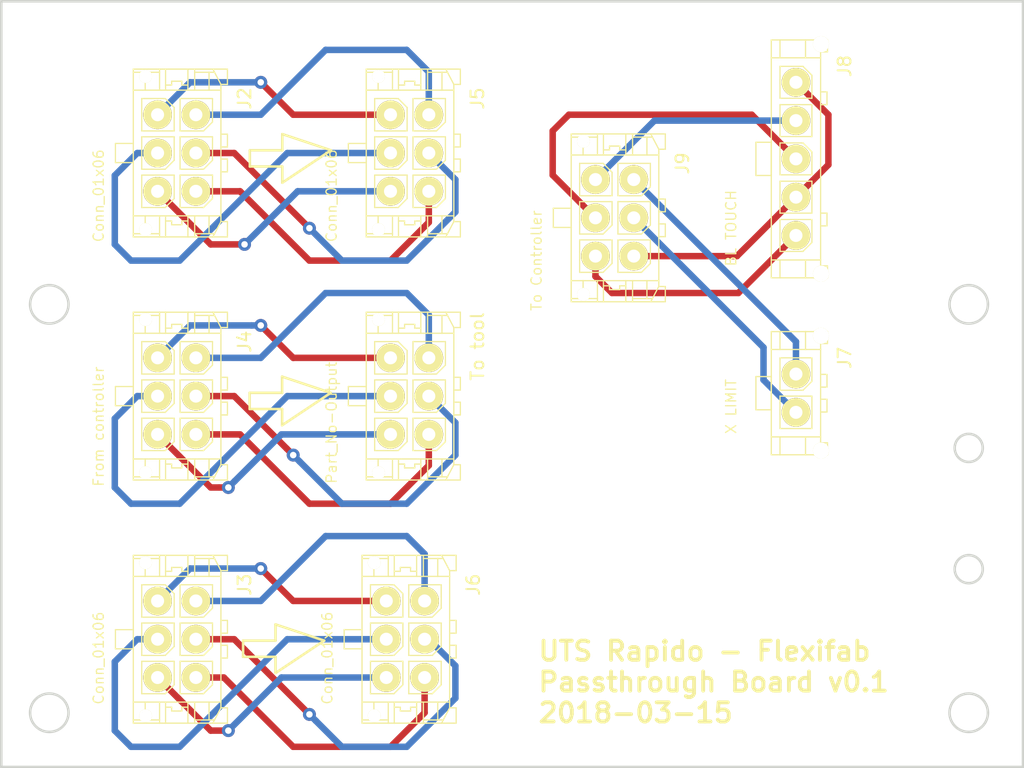
<source format=kicad_pcb>
(kicad_pcb (version 20171130) (host pcbnew "(5.0.0-rc2-dev-173-gf1cf95b8d)")

  (general
    (thickness 1.6)
    (drawings 32)
    (tracks 135)
    (zones 0)
    (modules 9)
    (nets 25)
  )

  (page A4)
  (layers
    (0 F.Cu signal)
    (31 B.Cu signal)
    (32 B.Adhes user)
    (33 F.Adhes user)
    (34 B.Paste user)
    (35 F.Paste user)
    (36 B.SilkS user)
    (37 F.SilkS user)
    (38 B.Mask user)
    (39 F.Mask user)
    (40 Dwgs.User user)
    (41 Cmts.User user)
    (42 Eco1.User user)
    (43 Eco2.User user)
    (44 Edge.Cuts user)
    (45 Margin user)
    (46 B.CrtYd user)
    (47 F.CrtYd user)
    (48 B.Fab user)
    (49 F.Fab user)
  )

  (setup
    (last_trace_width 0.25)
    (trace_clearance 0.254)
    (zone_clearance 0.508)
    (zone_45_only no)
    (trace_min 0.2)
    (segment_width 0.2)
    (edge_width 0.15)
    (via_size 1.016)
    (via_drill 0.508)
    (via_min_size 0.4)
    (via_min_drill 0.3)
    (uvia_size 0.3)
    (uvia_drill 0.1)
    (uvias_allowed no)
    (uvia_min_size 0.2)
    (uvia_min_drill 0.1)
    (pcb_text_width 0.3)
    (pcb_text_size 1.5 1.5)
    (mod_edge_width 0.15)
    (mod_text_size 1 1)
    (mod_text_width 0.15)
    (pad_size 1.524 1.524)
    (pad_drill 0.762)
    (pad_to_mask_clearance 0.2)
    (aux_axis_origin 0 0)
    (visible_elements 7FFFFFFF)
    (pcbplotparams
      (layerselection 0x010fc_ffffffff)
      (usegerberextensions false)
      (usegerberattributes true)
      (usegerberadvancedattributes true)
      (creategerberjobfile true)
      (excludeedgelayer true)
      (linewidth 0.100000)
      (plotframeref false)
      (viasonmask false)
      (mode 1)
      (useauxorigin false)
      (hpglpennumber 1)
      (hpglpenspeed 20)
      (hpglpendiameter 15)
      (psnegative false)
      (psa4output false)
      (plotreference true)
      (plotvalue true)
      (plotinvisibletext false)
      (padsonsilk false)
      (subtractmaskfromsilk false)
      (outputformat 1)
      (mirror false)
      (drillshape 1)
      (scaleselection 1)
      (outputdirectory ""))
  )

  (net 0 "")
  (net 1 "Net-(J1-Pad1)")
  (net 2 "Net-(J1-Pad2)")
  (net 3 "Net-(J1-Pad3)")
  (net 4 "Net-(J1-Pad4)")
  (net 5 "Net-(J1-Pad5)")
  (net 6 "Net-(J1-Pad6)")
  (net 7 "Net-(J2-Pad1)")
  (net 8 "Net-(J2-Pad2)")
  (net 9 "Net-(J2-Pad3)")
  (net 10 "Net-(J2-Pad4)")
  (net 11 "Net-(J2-Pad5)")
  (net 12 "Net-(J2-Pad6)")
  (net 13 "Net-(J3-Pad1)")
  (net 14 "Net-(J3-Pad2)")
  (net 15 "Net-(J3-Pad3)")
  (net 16 "Net-(J3-Pad4)")
  (net 17 "Net-(J3-Pad5)")
  (net 18 "Net-(J3-Pad6)")
  (net 19 "Net-(J7-Pad1)")
  (net 20 "Net-(J7-Pad2)")
  (net 21 "Net-(J8-Pad1)")
  (net 22 "Net-(J8-Pad2)")
  (net 23 "Net-(J8-Pad3)")
  (net 24 "Net-(J8-Pad5)")

  (net_class Default "This is the default net class."
    (clearance 0.254)
    (trace_width 0.25)
    (via_dia 1.016)
    (via_drill 0.508)
    (uvia_dia 0.3)
    (uvia_drill 0.1)
    (add_net "Net-(J1-Pad1)")
    (add_net "Net-(J1-Pad2)")
    (add_net "Net-(J1-Pad3)")
    (add_net "Net-(J1-Pad4)")
    (add_net "Net-(J1-Pad5)")
    (add_net "Net-(J1-Pad6)")
    (add_net "Net-(J2-Pad1)")
    (add_net "Net-(J2-Pad2)")
    (add_net "Net-(J2-Pad3)")
    (add_net "Net-(J2-Pad4)")
    (add_net "Net-(J2-Pad5)")
    (add_net "Net-(J2-Pad6)")
    (add_net "Net-(J3-Pad1)")
    (add_net "Net-(J3-Pad2)")
    (add_net "Net-(J3-Pad3)")
    (add_net "Net-(J3-Pad4)")
    (add_net "Net-(J3-Pad5)")
    (add_net "Net-(J3-Pad6)")
    (add_net "Net-(J7-Pad1)")
    (add_net "Net-(J7-Pad2)")
    (add_net "Net-(J8-Pad1)")
    (add_net "Net-(J8-Pad2)")
    (add_net "Net-(J8-Pad3)")
    (add_net "Net-(J8-Pad5)")
  )

  (module RemoteLabs:Molex-43650-02##-Micro-Fit_3.00mm_Pitch_Vertical_Single_Row_PCB_Header-2Pin (layer F.Cu) (tedit 5AA9E8A8) (tstamp 5AA8E694)
    (at 138.43 80.01 90)
    (path /5AA62A12)
    (fp_text reference J7 (at 1.27 3.81 90) (layer F.SilkS)
      (effects (font (size 1 1) (thickness 0.15)))
    )
    (fp_text value "X LIMIT" (at -2.54 -5.08 90) (layer F.SilkS)
      (effects (font (size 0.8 0.8) (thickness 0.1)))
    )
    (fp_line (start 2.365 1.93) (end 3.325 1.43) (layer F.SilkS) (width 0.1))
    (fp_line (start 1.925 1.93) (end 2.365 1.93) (layer F.SilkS) (width 0.1))
    (fp_line (start 1.925 0.75) (end 1.925 1.93) (layer F.SilkS) (width 0.1))
    (fp_line (start 3.325 1.43) (end 3.325 0.75) (layer F.SilkS) (width 0.1))
    (fp_line (start 1.925 0.75) (end 3.325 0.75) (layer F.SilkS) (width 0.1))
    (fp_line (start -6.325 -1.93) (end -4.925 -1.93) (layer F.SilkS) (width 0.1))
    (fp_line (start -4.925 -1.93) (end -4.925 -1.25) (layer F.SilkS) (width 0.1))
    (fp_line (start -6.325 -1.93) (end -6.325 -1.25) (layer F.SilkS) (width 0.1))
    (fp_line (start -6.325 -1.25) (end -4.925 -1.25) (layer F.SilkS) (width 0.1))
    (fp_line (start -4.925 1.93) (end 1.925 1.93) (layer F.SilkS) (width 0.1))
    (fp_line (start -4.925 1.93) (end -4.925 0.75) (layer F.SilkS) (width 0.1))
    (fp_line (start -4.925 -1.93) (end 1.925 -1.93) (layer F.SilkS) (width 0.1))
    (fp_line (start 1.925 -1.93) (end 1.925 -1.25) (layer F.SilkS) (width 0.1))
    (fp_line (start -4.27 1.25) (end -4.27 -1.25) (layer F.SilkS) (width 0.1))
    (fp_line (start -1.73 1.25) (end -4.27 1.25) (layer F.SilkS) (width 0.1))
    (fp_line (start -1.73 -1.25) (end -1.73 1.25) (layer F.SilkS) (width 0.1))
    (fp_line (start -4.27 -1.25) (end -1.73 -1.25) (layer F.SilkS) (width 0.1))
    (fp_line (start -1.27 -1.25) (end 1.27 -1.25) (layer F.SilkS) (width 0.1))
    (fp_line (start -1.27 0.55) (end -1.27 -1.25) (layer F.SilkS) (width 0.1))
    (fp_line (start -1.27 0.55) (end -0.57 1.25) (layer F.SilkS) (width 0.1))
    (fp_line (start 1.27 1.25) (end -0.57 1.25) (layer F.SilkS) (width 0.1))
    (fp_line (start 1.27 -1.25) (end 1.27 1.25) (layer F.SilkS) (width 0.1))
    (fp_line (start 1.925 0.75) (end 1.925 -1.25) (layer F.SilkS) (width 0.1))
    (fp_line (start -4.925 -1.25) (end -4.925 0.75) (layer F.SilkS) (width 0.1))
    (fp_line (start 1.925 -1.93) (end 3.325 -1.93) (layer F.SilkS) (width 0.1))
    (fp_line (start 3.325 -1.93) (end 3.325 -1.25) (layer F.SilkS) (width 0.1))
    (fp_line (start 1.925 -1.25) (end 3.325 -1.25) (layer F.SilkS) (width 0.1))
    (fp_line (start -5.365 1.93) (end -4.925 1.93) (layer F.SilkS) (width 0.1))
    (fp_line (start -6.325 1.43) (end -5.365 1.93) (layer F.SilkS) (width 0.1))
    (fp_line (start -6.325 0.75) (end -6.325 1.43) (layer F.SilkS) (width 0.1))
    (fp_line (start -6.325 0.75) (end -4.925 0.75) (layer F.SilkS) (width 0.1))
    (fp_line (start -0.2 -1.935) (end -2.8 -1.935) (layer F.SilkS) (width 0.1))
    (fp_line (start -0.2 -1.93) (end -0.2 -1.935) (layer F.SilkS) (width 0.1))
    (fp_line (start -2.8 -1.93) (end -2.8 -1.935) (layer F.SilkS) (width 0.1))
    (fp_line (start -0.2 -1.935) (end -0.2 -3.135) (layer F.SilkS) (width 0.1))
    (fp_line (start -2.8 -3.135) (end -2.8 -1.935) (layer F.SilkS) (width 0.1))
    (fp_line (start -0.2 -3.135) (end -2.8 -3.135) (layer F.SilkS) (width 0.1))
    (fp_line (start -1.975 1.93) (end -1.975 2.43) (layer F.SilkS) (width 0.1))
    (fp_line (start -2.975 1.93) (end -2.975 2.43) (layer F.SilkS) (width 0.1))
    (fp_line (start -2.975 2.43) (end -1.975 2.43) (layer F.SilkS) (width 0.1))
    (fp_line (start -1.025 2.43) (end -1.025 1.93) (layer F.SilkS) (width 0.1))
    (fp_line (start -1.025 2.43) (end -0.025 2.43) (layer F.SilkS) (width 0.1))
    (fp_line (start -0.025 1.93) (end -0.025 2.43) (layer F.SilkS) (width 0.1))
    (fp_line (start -6.325 -1.25) (end -6.325 0.75) (layer F.SilkS) (width 0.1))
    (fp_line (start 3.325 -1.25) (end 3.325 0.75) (layer F.SilkS) (width 0.1))
    (fp_line (start -3.12 -0.12) (end -3.12 0.12) (layer F.SilkS) (width 0.1))
    (fp_line (start -3.12 0.12) (end -3.32 0.32) (layer F.SilkS) (width 0.1))
    (fp_line (start -3.32 -0.32) (end -3.32 0.32) (layer F.SilkS) (width 0.1))
    (fp_line (start -3.12 -0.12) (end -3.32 -0.32) (layer F.SilkS) (width 0.1))
    (fp_line (start -2.68 0.32) (end -3.32 0.32) (layer F.SilkS) (width 0.1))
    (fp_line (start -2.88 0.12) (end -3.12 0.12) (layer F.SilkS) (width 0.1))
    (fp_line (start -2.68 0.32) (end -2.88 0.12) (layer F.SilkS) (width 0.1))
    (fp_line (start -2.88 -0.12) (end -3.12 -0.12) (layer F.SilkS) (width 0.1))
    (fp_line (start -2.88 0.12) (end -2.88 -0.12) (layer F.SilkS) (width 0.1))
    (fp_line (start -3.32 -0.32) (end -2.68 -0.32) (layer F.SilkS) (width 0.1))
    (fp_line (start -2.68 -0.32) (end -2.88 -0.12) (layer F.SilkS) (width 0.1))
    (fp_line (start -2.68 -0.32) (end -2.68 0.32) (layer F.SilkS) (width 0.1))
    (fp_line (start -0.12 0.12) (end -0.32 0.32) (layer F.SilkS) (width 0.1))
    (fp_line (start -0.32 -0.32) (end -0.32 0.32) (layer F.SilkS) (width 0.1))
    (fp_line (start -0.12 -0.12) (end -0.32 -0.32) (layer F.SilkS) (width 0.1))
    (fp_line (start -0.12 0.12) (end -0.12 -0.12) (layer F.SilkS) (width 0.1))
    (fp_line (start 0.32 0.32) (end 0.12 0.12) (layer F.SilkS) (width 0.1))
    (fp_line (start 0.12 -0.12) (end 0.12 0.12) (layer F.SilkS) (width 0.1))
    (fp_line (start 0.32 -0.32) (end 0.12 -0.12) (layer F.SilkS) (width 0.1))
    (fp_line (start 0.32 -0.32) (end 0.32 0.32) (layer F.SilkS) (width 0.1))
    (fp_line (start 0.12 -0.12) (end -0.12 -0.12) (layer F.SilkS) (width 0.1))
    (fp_line (start 0.12 0.12) (end -0.12 0.12) (layer F.SilkS) (width 0.1))
    (fp_line (start 0.32 0.32) (end -0.32 0.32) (layer F.SilkS) (width 0.1))
    (fp_line (start -0.32 -0.32) (end 0.32 -0.32) (layer F.SilkS) (width 0.1))
    (fp_line (start 2.39 1.916979) (end 2.39 2.47) (layer F.SilkS) (width 0.1))
    (fp_line (start 3.325 2.47) (end 2.39 2.47) (layer F.SilkS) (width 0.1))
    (fp_line (start 3.325 1.43) (end 3.325 2.47) (layer F.SilkS) (width 0.1))
    (fp_line (start -5.39 2.47) (end -6.325 2.47) (layer F.SilkS) (width 0.1))
    (fp_line (start -5.39 2.47) (end -5.39 1.916979) (layer F.SilkS) (width 0.1))
    (fp_line (start -6.325 1.43) (end -6.325 2.47) (layer F.SilkS) (width 0.1))
    (pad 1 thru_hole circle (at 0 0 90) (size 2.25 2.25) (drill 1.02) (layers *.Cu *.Mask F.SilkS)
      (net 19 "Net-(J7-Pad1)"))
    (pad 2 thru_hole circle (at -3 0 90) (size 2.25 2.25) (drill 1.02) (layers *.Cu *.Mask F.SilkS)
      (net 20 "Net-(J7-Pad2)"))
    (pad "" np_thru_hole circle (at 3 1.96 90) (size 1.27 1.27) (drill 1.27) (layers *.Cu *.Mask F.SilkS))
    (pad "" np_thru_hole circle (at -6 1.96 90) (size 1.27 1.27) (drill 1.27) (layers *.Cu *.Mask F.SilkS))
    (model RemoteLabs.pretty/molex-43650-02##-micro-fit_3.00mm_pitch_vertical_single_row_pcb_header-2pin.wrl
      (at (xyz 0 0 0))
      (scale (xyz 0.3937007 0.3937007 0.3937007))
      (rotate (xyz 0 0 0))
    )
  )

  (module RemoteLabs:Molex-43045-06##-Micro-Fit_3.00mm_Pitch_Vertical_Header-6Pin (layer F.Cu) (tedit 5AA9EA8B) (tstamp 5AA8DD0A)
    (at 91.44 78.74 90)
    (path /5AA5F6C0)
    (fp_text reference J4 (at 1.27 3.81 90) (layer F.SilkS)
      (effects (font (size 1 1) (thickness 0.15)))
    )
    (fp_text value "From controller " (at -5.08 -7.62 90) (layer F.SilkS)
      (effects (font (size 0.8 0.8) (thickness 0.1)))
    )
    (fp_line (start 3.575 2.47) (end 3.575 1.328421) (layer F.SilkS) (width 0.1))
    (fp_line (start 3.575 2.47) (end 2.375 2.47) (layer F.SilkS) (width 0.1))
    (fp_line (start 2.375 2.47) (end 2.375 1.96) (layer F.SilkS) (width 0.1))
    (fp_line (start -9.575 2.47) (end -9.575 1.328421) (layer F.SilkS) (width 0.1))
    (fp_line (start -8.375 2.47) (end -8.375 1.96) (layer F.SilkS) (width 0.1))
    (fp_line (start -8.375 2.47) (end -9.575 2.47) (layer F.SilkS) (width 0.1))
    (fp_line (start -9.575 -0.625) (end -9.575 -2.375) (layer F.SilkS) (width 0.1))
    (fp_line (start -8.625 -1.1) (end -8.325 -1.1) (layer F.SilkS) (width 0.1))
    (fp_line (start -8.325 -0.625) (end -8.325 -1.1) (layer F.SilkS) (width 0.1))
    (fp_line (start -8.625 -1.9) (end -8.625 -1.1) (layer F.SilkS) (width 0.1))
    (fp_line (start -8.325 -2.375) (end -8.325 -1.9) (layer F.SilkS) (width 0.1))
    (fp_line (start -8.325 -1.9) (end -8.625 -1.9) (layer F.SilkS) (width 0.1))
    (fp_line (start 3.575 -0.625) (end 3.575 -2.375) (layer F.SilkS) (width 0.1))
    (fp_line (start 2.625 -1.1) (end 2.625 -1.9) (layer F.SilkS) (width 0.1))
    (fp_line (start 2.325 -2.375) (end 2.325 -1.9) (layer F.SilkS) (width 0.1))
    (fp_line (start 2.625 -1.9) (end 2.325 -1.9) (layer F.SilkS) (width 0.1))
    (fp_line (start 2.325 -1.1) (end 2.625 -1.1) (layer F.SilkS) (width 0.1))
    (fp_line (start 2.325 -0.625) (end 2.325 -1.1) (layer F.SilkS) (width 0.1))
    (fp_line (start -9.575 -2.375) (end -9.575 -2.845) (layer F.SilkS) (width 0.1))
    (fp_line (start -9.575 -2.375) (end -7.925 -2.375) (layer F.SilkS) (width 0.1))
    (fp_line (start 3.575 -2.375) (end 3.575 -2.845) (layer F.SilkS) (width 0.1))
    (fp_line (start 3.575 -2.375) (end 1.925 -2.375) (layer F.SilkS) (width 0.1))
    (fp_line (start -9.575 -0.095) (end -9.575 -0.625) (layer F.SilkS) (width 0.1))
    (fp_line (start -9.575 -0.625) (end -7.925 -0.625) (layer F.SilkS) (width 0.1))
    (fp_line (start 3.575 -0.095) (end 3.575 -0.625) (layer F.SilkS) (width 0.1))
    (fp_line (start 3.575 -0.625) (end 1.925 -0.625) (layer F.SilkS) (width 0.1))
    (fp_line (start -9.325 1.46) (end -9.575 1.328421) (layer F.SilkS) (width 0.1))
    (fp_line (start -9.325 -0.095) (end -9.575 -0.095) (layer F.SilkS) (width 0.1))
    (fp_line (start -9.575 1.328421) (end -9.575 -0.095) (layer F.SilkS) (width 0.1))
    (fp_line (start 3.325 1.46) (end 3.575 1.328421) (layer F.SilkS) (width 0.1))
    (fp_line (start 3.325 -0.095) (end 3.575 -0.095) (layer F.SilkS) (width 0.1))
    (fp_line (start 3.575 -0.095) (end 3.575 1.328421) (layer F.SilkS) (width 0.1))
    (fp_line (start 3.325 -4.9) (end 3.575 -4.9) (layer F.SilkS) (width 0.1))
    (fp_line (start 3.325 -2.845) (end 3.575 -2.845) (layer F.SilkS) (width 0.1))
    (fp_line (start 3.575 -4.9) (end 3.575 -2.845) (layer F.SilkS) (width 0.1))
    (fp_line (start -9.325 -4.9) (end -9.575 -4.9) (layer F.SilkS) (width 0.1))
    (fp_line (start -9.325 -2.845) (end -9.575 -2.845) (layer F.SilkS) (width 0.1))
    (fp_line (start -9.575 -2.845) (end -9.575 -4.9) (layer F.SilkS) (width 0.1))
    (fp_line (start -7.925 -2.845) (end -9.325 -2.845) (layer F.SilkS) (width 0.1))
    (fp_line (start -9.325 -2.845) (end -9.325 -3.97) (layer F.SilkS) (width 0.1))
    (fp_line (start -3.475 2.47) (end -3.475 1.96) (layer F.SilkS) (width 0.1))
    (fp_line (start -4.475 1.96) (end -4.475 2.47) (layer F.SilkS) (width 0.1))
    (fp_line (start -4.475 2.47) (end -3.475 2.47) (layer F.SilkS) (width 0.1))
    (fp_line (start 3.325 -2.845) (end 1.925 -2.845) (layer F.SilkS) (width 0.1))
    (fp_line (start 3.325 -2.845) (end 3.325 -3.97) (layer F.SilkS) (width 0.1))
    (fp_line (start -9.325 1.03) (end -9.325 -0.095) (layer F.SilkS) (width 0.1))
    (fp_line (start -7.925 -0.095) (end -9.325 -0.095) (layer F.SilkS) (width 0.1))
    (fp_line (start -2.525 1.96) (end -2.525 2.47) (layer F.SilkS) (width 0.1))
    (fp_line (start -2.525 2.47) (end -1.525 2.47) (layer F.SilkS) (width 0.1))
    (fp_line (start -1.525 2.47) (end -1.525 1.96) (layer F.SilkS) (width 0.1))
    (fp_line (start 3.325 1.03) (end 3.325 -0.095) (layer F.SilkS) (width 0.1))
    (fp_line (start 3.325 -0.095) (end 1.925 -0.095) (layer F.SilkS) (width 0.1))
    (fp_line (start -3.75 -6.3) (end -3.75 -4.9) (layer F.SilkS) (width 0.1))
    (fp_line (start -2.25 -6.3) (end -2.25 -4.9) (layer F.SilkS) (width 0.1))
    (fp_line (start -3.75 -6.3) (end -2.25 -6.3) (layer F.SilkS) (width 0.1))
    (fp_line (start 3.325 -4.9) (end 1.925 -4.9) (layer F.SilkS) (width 0.1))
    (fp_line (start 3.325 -4.9) (end 3.325 -3.97) (layer F.SilkS) (width 0.1))
    (fp_line (start 3.325 -3.97) (end 1.925 -3.97) (layer F.SilkS) (width 0.1))
    (fp_line (start -1.27 -4.24) (end -1.27 -1.7) (layer F.SilkS) (width 0.1))
    (fp_line (start 1.27 -4.24) (end -1.27 -4.24) (layer F.SilkS) (width 0.1))
    (fp_line (start 1.925 1.03) (end 1.925 -3.97) (layer F.SilkS) (width 0.1))
    (fp_line (start 0.57 -1.7) (end 1.27 -2.4) (layer F.SilkS) (width 0.1))
    (fp_line (start -1.27 -1.7) (end 0.57 -1.7) (layer F.SilkS) (width 0.1))
    (fp_line (start -6.57 1.3) (end -4.73 1.3) (layer F.SilkS) (width 0.1))
    (fp_line (start -7.925 1.96) (end 1.925 1.96) (layer F.SilkS) (width 0.1))
    (fp_line (start -7.27 -1.24) (end -7.27 0.6) (layer F.SilkS) (width 0.1))
    (fp_line (start -4.27 -2.4) (end -3.57 -1.7) (layer F.SilkS) (width 0.1))
    (fp_line (start -4.27 -4.24) (end -4.27 -2.4) (layer F.SilkS) (width 0.1))
    (fp_line (start -7.925 -4.9) (end 1.925 -4.9) (layer F.SilkS) (width 0.1))
    (fp_line (start 1.27 -1.24) (end -1.27 -1.24) (layer F.SilkS) (width 0.1))
    (fp_line (start 1.27 1.3) (end 1.27 -1.24) (layer F.SilkS) (width 0.1))
    (fp_line (start -0.57 1.3) (end 1.27 1.3) (layer F.SilkS) (width 0.1))
    (fp_line (start -1.27 0.6) (end -0.57 1.3) (layer F.SilkS) (width 0.1))
    (fp_line (start -1.27 -1.24) (end -1.27 0.6) (layer F.SilkS) (width 0.1))
    (fp_line (start -4.27 -1.24) (end -4.27 0.6) (layer F.SilkS) (width 0.1))
    (fp_line (start -1.73 -1.24) (end -4.27 -1.24) (layer F.SilkS) (width 0.1))
    (fp_line (start -1.73 1.3) (end -1.73 -1.24) (layer F.SilkS) (width 0.1))
    (fp_line (start -3.57 1.3) (end -1.73 1.3) (layer F.SilkS) (width 0.1))
    (fp_line (start -7.925 1.03) (end -7.925 -3.97) (layer F.SilkS) (width 0.1))
    (fp_line (start -3.57 -1.7) (end -1.73 -1.7) (layer F.SilkS) (width 0.1))
    (fp_line (start -1.73 -4.24) (end -4.27 -4.24) (layer F.SilkS) (width 0.1))
    (fp_line (start -1.73 -1.7) (end -1.73 -4.24) (layer F.SilkS) (width 0.1))
    (fp_line (start -6.57 -1.7) (end -4.73 -1.7) (layer F.SilkS) (width 0.1))
    (fp_line (start -7.27 -2.4) (end -6.57 -1.7) (layer F.SilkS) (width 0.1))
    (fp_line (start -7.27 -4.24) (end -7.27 -2.4) (layer F.SilkS) (width 0.1))
    (fp_line (start -4.73 -4.24) (end -7.27 -4.24) (layer F.SilkS) (width 0.1))
    (fp_line (start -4.73 -1.7) (end -4.73 -4.24) (layer F.SilkS) (width 0.1))
    (fp_line (start -4.73 -1.24) (end -7.27 -1.24) (layer F.SilkS) (width 0.1))
    (fp_line (start -4.73 1.3) (end -4.73 -1.24) (layer F.SilkS) (width 0.1))
    (fp_line (start -7.27 0.6) (end -6.57 1.3) (layer F.SilkS) (width 0.1))
    (fp_line (start 1.925 -4.9) (end 1.925 -3.97) (layer F.SilkS) (width 0.1))
    (fp_line (start 1.27 -2.4) (end 1.27 -4.24) (layer F.SilkS) (width 0.1))
    (fp_line (start -4.27 0.6) (end -3.57 1.3) (layer F.SilkS) (width 0.1))
    (fp_line (start -7.925 -4.9) (end -9.325 -4.9) (layer F.SilkS) (width 0.1))
    (fp_line (start -7.925 -3.97) (end -9.325 -3.97) (layer F.SilkS) (width 0.1))
    (fp_line (start -7.925 -4.9) (end -7.925 -3.97) (layer F.SilkS) (width 0.1))
    (fp_line (start -9.325 -4.9) (end -9.325 -3.97) (layer F.SilkS) (width 0.1))
    (fp_line (start 2.375 1.96) (end 1.925 1.96) (layer F.SilkS) (width 0.1))
    (fp_line (start 3.325 1.03) (end 1.925 1.03) (layer F.SilkS) (width 0.1))
    (fp_line (start 1.925 1.03) (end 1.925 1.96) (layer F.SilkS) (width 0.1))
    (fp_line (start 3.325 1.46) (end 2.375 1.96) (layer F.SilkS) (width 0.1))
    (fp_line (start 3.325 1.03) (end 3.325 1.46) (layer F.SilkS) (width 0.1))
    (fp_line (start -7.925 1.96) (end -8.375 1.96) (layer F.SilkS) (width 0.1))
    (fp_line (start -9.325 1.03) (end -9.325 1.46) (layer F.SilkS) (width 0.1))
    (fp_line (start -9.325 1.46) (end -8.375 1.96) (layer F.SilkS) (width 0.1))
    (fp_line (start -7.925 1.03) (end -7.925 1.96) (layer F.SilkS) (width 0.1))
    (fp_line (start -7.925 1.03) (end -9.325 1.03) (layer F.SilkS) (width 0.1))
    (pad 6 thru_hole circle (at -6 -3 90) (size 2.25 2.25) (drill 1.02) (layers *.Cu *.Mask F.SilkS)
      (net 6 "Net-(J1-Pad6)"))
    (pad 5 thru_hole circle (at -3 -3 90) (size 2.25 2.25) (drill 1.02) (layers *.Cu *.Mask F.SilkS)
      (net 5 "Net-(J1-Pad5)"))
    (pad 4 thru_hole circle (at 0 -3 90) (size 2.25 2.25) (drill 1.02) (layers *.Cu *.Mask F.SilkS)
      (net 4 "Net-(J1-Pad4)"))
    (pad 3 thru_hole circle (at -6 0 90) (size 2.25 2.25) (drill 1.02) (layers *.Cu *.Mask F.SilkS)
      (net 3 "Net-(J1-Pad3)"))
    (pad 2 thru_hole circle (at -3 0 90) (size 2.25 2.25) (drill 1.02) (layers *.Cu *.Mask F.SilkS)
      (net 2 "Net-(J1-Pad2)"))
    (pad 1 thru_hole circle (at 0 0 90) (size 2.25 2.25) (drill 1.02) (layers *.Cu *.Mask F.SilkS)
      (net 1 "Net-(J1-Pad1)"))
    (pad "" np_thru_hole circle (at -9 -3.94 90) (size 1.02 1.02) (drill 1.02) (layers *.Cu *.Mask F.SilkS))
    (pad "" np_thru_hole circle (at 3 -3.94 90) (size 1.02 1.02) (drill 1.02) (layers *.Cu *.Mask F.SilkS))
    (model RemoteLabs.pretty/molex-43045-06##-micro-fit_3.00mm_pitch_vertical_header-6pin.wrl
      (at (xyz 0 0 0))
      (scale (xyz 0.393701 0.393701 0.393701))
      (rotate (xyz 0 0 0))
    )
  )

  (module RemoteLabs:Molex-43045-06##-Micro-Fit_3.00mm_Pitch_Vertical_Header-6Pin (layer F.Cu) (tedit 5AA9A8A1) (tstamp 5AA8DFCE)
    (at 91.44 59.69 90)
    (path /5AA5FD91)
    (fp_text reference J2 (at 1.27 3.81 90) (layer F.SilkS)
      (effects (font (size 1 1) (thickness 0.15)))
    )
    (fp_text value Conn_01x06 (at -6.35 -7.62 90) (layer F.SilkS)
      (effects (font (size 0.8 0.8) (thickness 0.1)))
    )
    (fp_line (start -7.925 1.03) (end -9.325 1.03) (layer F.SilkS) (width 0.1))
    (fp_line (start -7.925 1.03) (end -7.925 1.96) (layer F.SilkS) (width 0.1))
    (fp_line (start -9.325 1.46) (end -8.375 1.96) (layer F.SilkS) (width 0.1))
    (fp_line (start -9.325 1.03) (end -9.325 1.46) (layer F.SilkS) (width 0.1))
    (fp_line (start -7.925 1.96) (end -8.375 1.96) (layer F.SilkS) (width 0.1))
    (fp_line (start 3.325 1.03) (end 3.325 1.46) (layer F.SilkS) (width 0.1))
    (fp_line (start 3.325 1.46) (end 2.375 1.96) (layer F.SilkS) (width 0.1))
    (fp_line (start 1.925 1.03) (end 1.925 1.96) (layer F.SilkS) (width 0.1))
    (fp_line (start 3.325 1.03) (end 1.925 1.03) (layer F.SilkS) (width 0.1))
    (fp_line (start 2.375 1.96) (end 1.925 1.96) (layer F.SilkS) (width 0.1))
    (fp_line (start -9.325 -4.9) (end -9.325 -3.97) (layer F.SilkS) (width 0.1))
    (fp_line (start -7.925 -4.9) (end -7.925 -3.97) (layer F.SilkS) (width 0.1))
    (fp_line (start -7.925 -3.97) (end -9.325 -3.97) (layer F.SilkS) (width 0.1))
    (fp_line (start -7.925 -4.9) (end -9.325 -4.9) (layer F.SilkS) (width 0.1))
    (fp_line (start -4.27 0.6) (end -3.57 1.3) (layer F.SilkS) (width 0.1))
    (fp_line (start 1.27 -2.4) (end 1.27 -4.24) (layer F.SilkS) (width 0.1))
    (fp_line (start 1.925 -4.9) (end 1.925 -3.97) (layer F.SilkS) (width 0.1))
    (fp_line (start -7.27 0.6) (end -6.57 1.3) (layer F.SilkS) (width 0.1))
    (fp_line (start -4.73 1.3) (end -4.73 -1.24) (layer F.SilkS) (width 0.1))
    (fp_line (start -4.73 -1.24) (end -7.27 -1.24) (layer F.SilkS) (width 0.1))
    (fp_line (start -4.73 -1.7) (end -4.73 -4.24) (layer F.SilkS) (width 0.1))
    (fp_line (start -4.73 -4.24) (end -7.27 -4.24) (layer F.SilkS) (width 0.1))
    (fp_line (start -7.27 -4.24) (end -7.27 -2.4) (layer F.SilkS) (width 0.1))
    (fp_line (start -7.27 -2.4) (end -6.57 -1.7) (layer F.SilkS) (width 0.1))
    (fp_line (start -6.57 -1.7) (end -4.73 -1.7) (layer F.SilkS) (width 0.1))
    (fp_line (start -1.73 -1.7) (end -1.73 -4.24) (layer F.SilkS) (width 0.1))
    (fp_line (start -1.73 -4.24) (end -4.27 -4.24) (layer F.SilkS) (width 0.1))
    (fp_line (start -3.57 -1.7) (end -1.73 -1.7) (layer F.SilkS) (width 0.1))
    (fp_line (start -7.925 1.03) (end -7.925 -3.97) (layer F.SilkS) (width 0.1))
    (fp_line (start -3.57 1.3) (end -1.73 1.3) (layer F.SilkS) (width 0.1))
    (fp_line (start -1.73 1.3) (end -1.73 -1.24) (layer F.SilkS) (width 0.1))
    (fp_line (start -1.73 -1.24) (end -4.27 -1.24) (layer F.SilkS) (width 0.1))
    (fp_line (start -4.27 -1.24) (end -4.27 0.6) (layer F.SilkS) (width 0.1))
    (fp_line (start -1.27 -1.24) (end -1.27 0.6) (layer F.SilkS) (width 0.1))
    (fp_line (start -1.27 0.6) (end -0.57 1.3) (layer F.SilkS) (width 0.1))
    (fp_line (start -0.57 1.3) (end 1.27 1.3) (layer F.SilkS) (width 0.1))
    (fp_line (start 1.27 1.3) (end 1.27 -1.24) (layer F.SilkS) (width 0.1))
    (fp_line (start 1.27 -1.24) (end -1.27 -1.24) (layer F.SilkS) (width 0.1))
    (fp_line (start -7.925 -4.9) (end 1.925 -4.9) (layer F.SilkS) (width 0.1))
    (fp_line (start -4.27 -4.24) (end -4.27 -2.4) (layer F.SilkS) (width 0.1))
    (fp_line (start -4.27 -2.4) (end -3.57 -1.7) (layer F.SilkS) (width 0.1))
    (fp_line (start -7.27 -1.24) (end -7.27 0.6) (layer F.SilkS) (width 0.1))
    (fp_line (start -7.925 1.96) (end 1.925 1.96) (layer F.SilkS) (width 0.1))
    (fp_line (start -6.57 1.3) (end -4.73 1.3) (layer F.SilkS) (width 0.1))
    (fp_line (start -1.27 -1.7) (end 0.57 -1.7) (layer F.SilkS) (width 0.1))
    (fp_line (start 0.57 -1.7) (end 1.27 -2.4) (layer F.SilkS) (width 0.1))
    (fp_line (start 1.925 1.03) (end 1.925 -3.97) (layer F.SilkS) (width 0.1))
    (fp_line (start 1.27 -4.24) (end -1.27 -4.24) (layer F.SilkS) (width 0.1))
    (fp_line (start -1.27 -4.24) (end -1.27 -1.7) (layer F.SilkS) (width 0.1))
    (fp_line (start 3.325 -3.97) (end 1.925 -3.97) (layer F.SilkS) (width 0.1))
    (fp_line (start 3.325 -4.9) (end 3.325 -3.97) (layer F.SilkS) (width 0.1))
    (fp_line (start 3.325 -4.9) (end 1.925 -4.9) (layer F.SilkS) (width 0.1))
    (fp_line (start -3.75 -6.3) (end -2.25 -6.3) (layer F.SilkS) (width 0.1))
    (fp_line (start -2.25 -6.3) (end -2.25 -4.9) (layer F.SilkS) (width 0.1))
    (fp_line (start -3.75 -6.3) (end -3.75 -4.9) (layer F.SilkS) (width 0.1))
    (fp_line (start 3.325 -0.095) (end 1.925 -0.095) (layer F.SilkS) (width 0.1))
    (fp_line (start 3.325 1.03) (end 3.325 -0.095) (layer F.SilkS) (width 0.1))
    (fp_line (start -1.525 2.47) (end -1.525 1.96) (layer F.SilkS) (width 0.1))
    (fp_line (start -2.525 2.47) (end -1.525 2.47) (layer F.SilkS) (width 0.1))
    (fp_line (start -2.525 1.96) (end -2.525 2.47) (layer F.SilkS) (width 0.1))
    (fp_line (start -7.925 -0.095) (end -9.325 -0.095) (layer F.SilkS) (width 0.1))
    (fp_line (start -9.325 1.03) (end -9.325 -0.095) (layer F.SilkS) (width 0.1))
    (fp_line (start 3.325 -2.845) (end 3.325 -3.97) (layer F.SilkS) (width 0.1))
    (fp_line (start 3.325 -2.845) (end 1.925 -2.845) (layer F.SilkS) (width 0.1))
    (fp_line (start -4.475 2.47) (end -3.475 2.47) (layer F.SilkS) (width 0.1))
    (fp_line (start -4.475 1.96) (end -4.475 2.47) (layer F.SilkS) (width 0.1))
    (fp_line (start -3.475 2.47) (end -3.475 1.96) (layer F.SilkS) (width 0.1))
    (fp_line (start -9.325 -2.845) (end -9.325 -3.97) (layer F.SilkS) (width 0.1))
    (fp_line (start -7.925 -2.845) (end -9.325 -2.845) (layer F.SilkS) (width 0.1))
    (fp_line (start -9.575 -2.845) (end -9.575 -4.9) (layer F.SilkS) (width 0.1))
    (fp_line (start -9.325 -2.845) (end -9.575 -2.845) (layer F.SilkS) (width 0.1))
    (fp_line (start -9.325 -4.9) (end -9.575 -4.9) (layer F.SilkS) (width 0.1))
    (fp_line (start 3.575 -4.9) (end 3.575 -2.845) (layer F.SilkS) (width 0.1))
    (fp_line (start 3.325 -2.845) (end 3.575 -2.845) (layer F.SilkS) (width 0.1))
    (fp_line (start 3.325 -4.9) (end 3.575 -4.9) (layer F.SilkS) (width 0.1))
    (fp_line (start 3.575 -0.095) (end 3.575 1.328421) (layer F.SilkS) (width 0.1))
    (fp_line (start 3.325 -0.095) (end 3.575 -0.095) (layer F.SilkS) (width 0.1))
    (fp_line (start 3.325 1.46) (end 3.575 1.328421) (layer F.SilkS) (width 0.1))
    (fp_line (start -9.575 1.328421) (end -9.575 -0.095) (layer F.SilkS) (width 0.1))
    (fp_line (start -9.325 -0.095) (end -9.575 -0.095) (layer F.SilkS) (width 0.1))
    (fp_line (start -9.325 1.46) (end -9.575 1.328421) (layer F.SilkS) (width 0.1))
    (fp_line (start 3.575 -0.625) (end 1.925 -0.625) (layer F.SilkS) (width 0.1))
    (fp_line (start 3.575 -0.095) (end 3.575 -0.625) (layer F.SilkS) (width 0.1))
    (fp_line (start -9.575 -0.625) (end -7.925 -0.625) (layer F.SilkS) (width 0.1))
    (fp_line (start -9.575 -0.095) (end -9.575 -0.625) (layer F.SilkS) (width 0.1))
    (fp_line (start 3.575 -2.375) (end 1.925 -2.375) (layer F.SilkS) (width 0.1))
    (fp_line (start 3.575 -2.375) (end 3.575 -2.845) (layer F.SilkS) (width 0.1))
    (fp_line (start -9.575 -2.375) (end -7.925 -2.375) (layer F.SilkS) (width 0.1))
    (fp_line (start -9.575 -2.375) (end -9.575 -2.845) (layer F.SilkS) (width 0.1))
    (fp_line (start 2.325 -0.625) (end 2.325 -1.1) (layer F.SilkS) (width 0.1))
    (fp_line (start 2.325 -1.1) (end 2.625 -1.1) (layer F.SilkS) (width 0.1))
    (fp_line (start 2.625 -1.9) (end 2.325 -1.9) (layer F.SilkS) (width 0.1))
    (fp_line (start 2.325 -2.375) (end 2.325 -1.9) (layer F.SilkS) (width 0.1))
    (fp_line (start 2.625 -1.1) (end 2.625 -1.9) (layer F.SilkS) (width 0.1))
    (fp_line (start 3.575 -0.625) (end 3.575 -2.375) (layer F.SilkS) (width 0.1))
    (fp_line (start -8.325 -1.9) (end -8.625 -1.9) (layer F.SilkS) (width 0.1))
    (fp_line (start -8.325 -2.375) (end -8.325 -1.9) (layer F.SilkS) (width 0.1))
    (fp_line (start -8.625 -1.9) (end -8.625 -1.1) (layer F.SilkS) (width 0.1))
    (fp_line (start -8.325 -0.625) (end -8.325 -1.1) (layer F.SilkS) (width 0.1))
    (fp_line (start -8.625 -1.1) (end -8.325 -1.1) (layer F.SilkS) (width 0.1))
    (fp_line (start -9.575 -0.625) (end -9.575 -2.375) (layer F.SilkS) (width 0.1))
    (fp_line (start -8.375 2.47) (end -9.575 2.47) (layer F.SilkS) (width 0.1))
    (fp_line (start -8.375 2.47) (end -8.375 1.96) (layer F.SilkS) (width 0.1))
    (fp_line (start -9.575 2.47) (end -9.575 1.328421) (layer F.SilkS) (width 0.1))
    (fp_line (start 2.375 2.47) (end 2.375 1.96) (layer F.SilkS) (width 0.1))
    (fp_line (start 3.575 2.47) (end 2.375 2.47) (layer F.SilkS) (width 0.1))
    (fp_line (start 3.575 2.47) (end 3.575 1.328421) (layer F.SilkS) (width 0.1))
    (pad "" np_thru_hole circle (at 3 -3.94 90) (size 1.02 1.02) (drill 1.02) (layers *.Cu *.Mask F.SilkS))
    (pad "" np_thru_hole circle (at -9 -3.94 90) (size 1.02 1.02) (drill 1.02) (layers *.Cu *.Mask F.SilkS))
    (pad 1 thru_hole circle (at 0 0 90) (size 2.25 2.25) (drill 1.02) (layers *.Cu *.Mask F.SilkS)
      (net 7 "Net-(J2-Pad1)"))
    (pad 2 thru_hole circle (at -3 0 90) (size 2.25 2.25) (drill 1.02) (layers *.Cu *.Mask F.SilkS)
      (net 8 "Net-(J2-Pad2)"))
    (pad 3 thru_hole circle (at -6 0 90) (size 2.25 2.25) (drill 1.02) (layers *.Cu *.Mask F.SilkS)
      (net 9 "Net-(J2-Pad3)"))
    (pad 4 thru_hole circle (at 0 -3 90) (size 2.25 2.25) (drill 1.02) (layers *.Cu *.Mask F.SilkS)
      (net 10 "Net-(J2-Pad4)"))
    (pad 5 thru_hole circle (at -3 -3 90) (size 2.25 2.25) (drill 1.02) (layers *.Cu *.Mask F.SilkS)
      (net 11 "Net-(J2-Pad5)"))
    (pad 6 thru_hole circle (at -6 -3 90) (size 2.25 2.25) (drill 1.02) (layers *.Cu *.Mask F.SilkS)
      (net 12 "Net-(J2-Pad6)"))
    (model RemoteLabs.pretty/molex-43045-06##-micro-fit_3.00mm_pitch_vertical_header-6pin.wrl
      (at (xyz 0 0 0))
      (scale (xyz 0.393701 0.393701 0.393701))
      (rotate (xyz 0 0 0))
    )
  )

  (module RemoteLabs:Molex-43045-06##-Micro-Fit_3.00mm_Pitch_Vertical_Header-6Pin (layer F.Cu) (tedit 5AA9A8B0) (tstamp 5AA8E292)
    (at 109.35 97.79 90)
    (path /5AA6013C)
    (fp_text reference J6 (at 1.27 3.81 90) (layer F.SilkS)
      (effects (font (size 1 1) (thickness 0.15)))
    )
    (fp_text value Conn_01x06 (at -4.479256 -7.62 90) (layer F.SilkS)
      (effects (font (size 0.8 0.8) (thickness 0.1)))
    )
    (fp_line (start 3.575 2.47) (end 3.575 1.328421) (layer F.SilkS) (width 0.1))
    (fp_line (start 3.575 2.47) (end 2.375 2.47) (layer F.SilkS) (width 0.1))
    (fp_line (start 2.375 2.47) (end 2.375 1.96) (layer F.SilkS) (width 0.1))
    (fp_line (start -9.575 2.47) (end -9.575 1.328421) (layer F.SilkS) (width 0.1))
    (fp_line (start -8.375 2.47) (end -8.375 1.96) (layer F.SilkS) (width 0.1))
    (fp_line (start -8.375 2.47) (end -9.575 2.47) (layer F.SilkS) (width 0.1))
    (fp_line (start -9.575 -0.625) (end -9.575 -2.375) (layer F.SilkS) (width 0.1))
    (fp_line (start -8.625 -1.1) (end -8.325 -1.1) (layer F.SilkS) (width 0.1))
    (fp_line (start -8.325 -0.625) (end -8.325 -1.1) (layer F.SilkS) (width 0.1))
    (fp_line (start -8.625 -1.9) (end -8.625 -1.1) (layer F.SilkS) (width 0.1))
    (fp_line (start -8.325 -2.375) (end -8.325 -1.9) (layer F.SilkS) (width 0.1))
    (fp_line (start -8.325 -1.9) (end -8.625 -1.9) (layer F.SilkS) (width 0.1))
    (fp_line (start 3.575 -0.625) (end 3.575 -2.375) (layer F.SilkS) (width 0.1))
    (fp_line (start 2.625 -1.1) (end 2.625 -1.9) (layer F.SilkS) (width 0.1))
    (fp_line (start 2.325 -2.375) (end 2.325 -1.9) (layer F.SilkS) (width 0.1))
    (fp_line (start 2.625 -1.9) (end 2.325 -1.9) (layer F.SilkS) (width 0.1))
    (fp_line (start 2.325 -1.1) (end 2.625 -1.1) (layer F.SilkS) (width 0.1))
    (fp_line (start 2.325 -0.625) (end 2.325 -1.1) (layer F.SilkS) (width 0.1))
    (fp_line (start -9.575 -2.375) (end -9.575 -2.845) (layer F.SilkS) (width 0.1))
    (fp_line (start -9.575 -2.375) (end -7.925 -2.375) (layer F.SilkS) (width 0.1))
    (fp_line (start 3.575 -2.375) (end 3.575 -2.845) (layer F.SilkS) (width 0.1))
    (fp_line (start 3.575 -2.375) (end 1.925 -2.375) (layer F.SilkS) (width 0.1))
    (fp_line (start -9.575 -0.095) (end -9.575 -0.625) (layer F.SilkS) (width 0.1))
    (fp_line (start -9.575 -0.625) (end -7.925 -0.625) (layer F.SilkS) (width 0.1))
    (fp_line (start 3.575 -0.095) (end 3.575 -0.625) (layer F.SilkS) (width 0.1))
    (fp_line (start 3.575 -0.625) (end 1.925 -0.625) (layer F.SilkS) (width 0.1))
    (fp_line (start -9.325 1.46) (end -9.575 1.328421) (layer F.SilkS) (width 0.1))
    (fp_line (start -9.325 -0.095) (end -9.575 -0.095) (layer F.SilkS) (width 0.1))
    (fp_line (start -9.575 1.328421) (end -9.575 -0.095) (layer F.SilkS) (width 0.1))
    (fp_line (start 3.325 1.46) (end 3.575 1.328421) (layer F.SilkS) (width 0.1))
    (fp_line (start 3.325 -0.095) (end 3.575 -0.095) (layer F.SilkS) (width 0.1))
    (fp_line (start 3.575 -0.095) (end 3.575 1.328421) (layer F.SilkS) (width 0.1))
    (fp_line (start 3.325 -4.9) (end 3.575 -4.9) (layer F.SilkS) (width 0.1))
    (fp_line (start 3.325 -2.845) (end 3.575 -2.845) (layer F.SilkS) (width 0.1))
    (fp_line (start 3.575 -4.9) (end 3.575 -2.845) (layer F.SilkS) (width 0.1))
    (fp_line (start -9.325 -4.9) (end -9.575 -4.9) (layer F.SilkS) (width 0.1))
    (fp_line (start -9.325 -2.845) (end -9.575 -2.845) (layer F.SilkS) (width 0.1))
    (fp_line (start -9.575 -2.845) (end -9.575 -4.9) (layer F.SilkS) (width 0.1))
    (fp_line (start -7.925 -2.845) (end -9.325 -2.845) (layer F.SilkS) (width 0.1))
    (fp_line (start -9.325 -2.845) (end -9.325 -3.97) (layer F.SilkS) (width 0.1))
    (fp_line (start -3.475 2.47) (end -3.475 1.96) (layer F.SilkS) (width 0.1))
    (fp_line (start -4.475 1.96) (end -4.475 2.47) (layer F.SilkS) (width 0.1))
    (fp_line (start -4.475 2.47) (end -3.475 2.47) (layer F.SilkS) (width 0.1))
    (fp_line (start 3.325 -2.845) (end 1.925 -2.845) (layer F.SilkS) (width 0.1))
    (fp_line (start 3.325 -2.845) (end 3.325 -3.97) (layer F.SilkS) (width 0.1))
    (fp_line (start -9.325 1.03) (end -9.325 -0.095) (layer F.SilkS) (width 0.1))
    (fp_line (start -7.925 -0.095) (end -9.325 -0.095) (layer F.SilkS) (width 0.1))
    (fp_line (start -2.525 1.96) (end -2.525 2.47) (layer F.SilkS) (width 0.1))
    (fp_line (start -2.525 2.47) (end -1.525 2.47) (layer F.SilkS) (width 0.1))
    (fp_line (start -1.525 2.47) (end -1.525 1.96) (layer F.SilkS) (width 0.1))
    (fp_line (start 3.325 1.03) (end 3.325 -0.095) (layer F.SilkS) (width 0.1))
    (fp_line (start 3.325 -0.095) (end 1.925 -0.095) (layer F.SilkS) (width 0.1))
    (fp_line (start -3.75 -6.3) (end -3.75 -4.9) (layer F.SilkS) (width 0.1))
    (fp_line (start -2.25 -6.3) (end -2.25 -4.9) (layer F.SilkS) (width 0.1))
    (fp_line (start -3.75 -6.3) (end -2.25 -6.3) (layer F.SilkS) (width 0.1))
    (fp_line (start 3.325 -4.9) (end 1.925 -4.9) (layer F.SilkS) (width 0.1))
    (fp_line (start 3.325 -4.9) (end 3.325 -3.97) (layer F.SilkS) (width 0.1))
    (fp_line (start 3.325 -3.97) (end 1.925 -3.97) (layer F.SilkS) (width 0.1))
    (fp_line (start -1.27 -4.24) (end -1.27 -1.7) (layer F.SilkS) (width 0.1))
    (fp_line (start 1.27 -4.24) (end -1.27 -4.24) (layer F.SilkS) (width 0.1))
    (fp_line (start 1.925 1.03) (end 1.925 -3.97) (layer F.SilkS) (width 0.1))
    (fp_line (start 0.57 -1.7) (end 1.27 -2.4) (layer F.SilkS) (width 0.1))
    (fp_line (start -1.27 -1.7) (end 0.57 -1.7) (layer F.SilkS) (width 0.1))
    (fp_line (start -6.57 1.3) (end -4.73 1.3) (layer F.SilkS) (width 0.1))
    (fp_line (start -7.925 1.96) (end 1.925 1.96) (layer F.SilkS) (width 0.1))
    (fp_line (start -7.27 -1.24) (end -7.27 0.6) (layer F.SilkS) (width 0.1))
    (fp_line (start -4.27 -2.4) (end -3.57 -1.7) (layer F.SilkS) (width 0.1))
    (fp_line (start -4.27 -4.24) (end -4.27 -2.4) (layer F.SilkS) (width 0.1))
    (fp_line (start -7.925 -4.9) (end 1.925 -4.9) (layer F.SilkS) (width 0.1))
    (fp_line (start 1.27 -1.24) (end -1.27 -1.24) (layer F.SilkS) (width 0.1))
    (fp_line (start 1.27 1.3) (end 1.27 -1.24) (layer F.SilkS) (width 0.1))
    (fp_line (start -0.57 1.3) (end 1.27 1.3) (layer F.SilkS) (width 0.1))
    (fp_line (start -1.27 0.6) (end -0.57 1.3) (layer F.SilkS) (width 0.1))
    (fp_line (start -1.27 -1.24) (end -1.27 0.6) (layer F.SilkS) (width 0.1))
    (fp_line (start -4.27 -1.24) (end -4.27 0.6) (layer F.SilkS) (width 0.1))
    (fp_line (start -1.73 -1.24) (end -4.27 -1.24) (layer F.SilkS) (width 0.1))
    (fp_line (start -1.73 1.3) (end -1.73 -1.24) (layer F.SilkS) (width 0.1))
    (fp_line (start -3.57 1.3) (end -1.73 1.3) (layer F.SilkS) (width 0.1))
    (fp_line (start -7.925 1.03) (end -7.925 -3.97) (layer F.SilkS) (width 0.1))
    (fp_line (start -3.57 -1.7) (end -1.73 -1.7) (layer F.SilkS) (width 0.1))
    (fp_line (start -1.73 -4.24) (end -4.27 -4.24) (layer F.SilkS) (width 0.1))
    (fp_line (start -1.73 -1.7) (end -1.73 -4.24) (layer F.SilkS) (width 0.1))
    (fp_line (start -6.57 -1.7) (end -4.73 -1.7) (layer F.SilkS) (width 0.1))
    (fp_line (start -7.27 -2.4) (end -6.57 -1.7) (layer F.SilkS) (width 0.1))
    (fp_line (start -7.27 -4.24) (end -7.27 -2.4) (layer F.SilkS) (width 0.1))
    (fp_line (start -4.73 -4.24) (end -7.27 -4.24) (layer F.SilkS) (width 0.1))
    (fp_line (start -4.73 -1.7) (end -4.73 -4.24) (layer F.SilkS) (width 0.1))
    (fp_line (start -4.73 -1.24) (end -7.27 -1.24) (layer F.SilkS) (width 0.1))
    (fp_line (start -4.73 1.3) (end -4.73 -1.24) (layer F.SilkS) (width 0.1))
    (fp_line (start -7.27 0.6) (end -6.57 1.3) (layer F.SilkS) (width 0.1))
    (fp_line (start 1.925 -4.9) (end 1.925 -3.97) (layer F.SilkS) (width 0.1))
    (fp_line (start 1.27 -2.4) (end 1.27 -4.24) (layer F.SilkS) (width 0.1))
    (fp_line (start -4.27 0.6) (end -3.57 1.3) (layer F.SilkS) (width 0.1))
    (fp_line (start -7.925 -4.9) (end -9.325 -4.9) (layer F.SilkS) (width 0.1))
    (fp_line (start -7.925 -3.97) (end -9.325 -3.97) (layer F.SilkS) (width 0.1))
    (fp_line (start -7.925 -4.9) (end -7.925 -3.97) (layer F.SilkS) (width 0.1))
    (fp_line (start -9.325 -4.9) (end -9.325 -3.97) (layer F.SilkS) (width 0.1))
    (fp_line (start 2.375 1.96) (end 1.925 1.96) (layer F.SilkS) (width 0.1))
    (fp_line (start 3.325 1.03) (end 1.925 1.03) (layer F.SilkS) (width 0.1))
    (fp_line (start 1.925 1.03) (end 1.925 1.96) (layer F.SilkS) (width 0.1))
    (fp_line (start 3.325 1.46) (end 2.375 1.96) (layer F.SilkS) (width 0.1))
    (fp_line (start 3.325 1.03) (end 3.325 1.46) (layer F.SilkS) (width 0.1))
    (fp_line (start -7.925 1.96) (end -8.375 1.96) (layer F.SilkS) (width 0.1))
    (fp_line (start -9.325 1.03) (end -9.325 1.46) (layer F.SilkS) (width 0.1))
    (fp_line (start -9.325 1.46) (end -8.375 1.96) (layer F.SilkS) (width 0.1))
    (fp_line (start -7.925 1.03) (end -7.925 1.96) (layer F.SilkS) (width 0.1))
    (fp_line (start -7.925 1.03) (end -9.325 1.03) (layer F.SilkS) (width 0.1))
    (pad 6 thru_hole circle (at -6 -3 90) (size 2.25 2.25) (drill 1.02) (layers *.Cu *.Mask F.SilkS)
      (net 18 "Net-(J3-Pad6)"))
    (pad 5 thru_hole circle (at -3 -3 90) (size 2.25 2.25) (drill 1.02) (layers *.Cu *.Mask F.SilkS)
      (net 17 "Net-(J3-Pad5)"))
    (pad 4 thru_hole circle (at 0 -3 90) (size 2.25 2.25) (drill 1.02) (layers *.Cu *.Mask F.SilkS)
      (net 16 "Net-(J3-Pad4)"))
    (pad 3 thru_hole circle (at -6 0 90) (size 2.25 2.25) (drill 1.02) (layers *.Cu *.Mask F.SilkS)
      (net 15 "Net-(J3-Pad3)"))
    (pad 2 thru_hole circle (at -3 0 90) (size 2.25 2.25) (drill 1.02) (layers *.Cu *.Mask F.SilkS)
      (net 14 "Net-(J3-Pad2)"))
    (pad 1 thru_hole circle (at 0 0 90) (size 2.25 2.25) (drill 1.02) (layers *.Cu *.Mask F.SilkS)
      (net 13 "Net-(J3-Pad1)"))
    (pad "" np_thru_hole circle (at -9 -3.94 90) (size 1.02 1.02) (drill 1.02) (layers *.Cu *.Mask F.SilkS))
    (pad "" np_thru_hole circle (at 3 -3.94 90) (size 1.02 1.02) (drill 1.02) (layers *.Cu *.Mask F.SilkS))
    (model RemoteLabs.pretty/molex-43045-06##-micro-fit_3.00mm_pitch_vertical_header-6pin.wrl
      (at (xyz 0 0 0))
      (scale (xyz 0.393701 0.393701 0.393701))
      (rotate (xyz 0 0 0))
    )
  )

  (module RemoteLabs:Molex-43045-06##-Micro-Fit_3.00mm_Pitch_Vertical_Header-6Pin (layer F.Cu) (tedit 5AA9A8A5) (tstamp 5AA8E3F4)
    (at 109.68 59.69 90)
    (path /5AA5FD97)
    (fp_text reference J5 (at 1.27 3.81 90) (layer F.SilkS)
      (effects (font (size 1 1) (thickness 0.15)))
    )
    (fp_text value Conn_01x06 (at -6.35 -7.62 90) (layer F.SilkS)
      (effects (font (size 0.8 0.8) (thickness 0.1)))
    )
    (fp_line (start 3.575 2.47) (end 3.575 1.328421) (layer F.SilkS) (width 0.1))
    (fp_line (start 3.575 2.47) (end 2.375 2.47) (layer F.SilkS) (width 0.1))
    (fp_line (start 2.375 2.47) (end 2.375 1.96) (layer F.SilkS) (width 0.1))
    (fp_line (start -9.575 2.47) (end -9.575 1.328421) (layer F.SilkS) (width 0.1))
    (fp_line (start -8.375 2.47) (end -8.375 1.96) (layer F.SilkS) (width 0.1))
    (fp_line (start -8.375 2.47) (end -9.575 2.47) (layer F.SilkS) (width 0.1))
    (fp_line (start -9.575 -0.625) (end -9.575 -2.375) (layer F.SilkS) (width 0.1))
    (fp_line (start -8.625 -1.1) (end -8.325 -1.1) (layer F.SilkS) (width 0.1))
    (fp_line (start -8.325 -0.625) (end -8.325 -1.1) (layer F.SilkS) (width 0.1))
    (fp_line (start -8.625 -1.9) (end -8.625 -1.1) (layer F.SilkS) (width 0.1))
    (fp_line (start -8.325 -2.375) (end -8.325 -1.9) (layer F.SilkS) (width 0.1))
    (fp_line (start -8.325 -1.9) (end -8.625 -1.9) (layer F.SilkS) (width 0.1))
    (fp_line (start 3.575 -0.625) (end 3.575 -2.375) (layer F.SilkS) (width 0.1))
    (fp_line (start 2.625 -1.1) (end 2.625 -1.9) (layer F.SilkS) (width 0.1))
    (fp_line (start 2.325 -2.375) (end 2.325 -1.9) (layer F.SilkS) (width 0.1))
    (fp_line (start 2.625 -1.9) (end 2.325 -1.9) (layer F.SilkS) (width 0.1))
    (fp_line (start 2.325 -1.1) (end 2.625 -1.1) (layer F.SilkS) (width 0.1))
    (fp_line (start 2.325 -0.625) (end 2.325 -1.1) (layer F.SilkS) (width 0.1))
    (fp_line (start -9.575 -2.375) (end -9.575 -2.845) (layer F.SilkS) (width 0.1))
    (fp_line (start -9.575 -2.375) (end -7.925 -2.375) (layer F.SilkS) (width 0.1))
    (fp_line (start 3.575 -2.375) (end 3.575 -2.845) (layer F.SilkS) (width 0.1))
    (fp_line (start 3.575 -2.375) (end 1.925 -2.375) (layer F.SilkS) (width 0.1))
    (fp_line (start -9.575 -0.095) (end -9.575 -0.625) (layer F.SilkS) (width 0.1))
    (fp_line (start -9.575 -0.625) (end -7.925 -0.625) (layer F.SilkS) (width 0.1))
    (fp_line (start 3.575 -0.095) (end 3.575 -0.625) (layer F.SilkS) (width 0.1))
    (fp_line (start 3.575 -0.625) (end 1.925 -0.625) (layer F.SilkS) (width 0.1))
    (fp_line (start -9.325 1.46) (end -9.575 1.328421) (layer F.SilkS) (width 0.1))
    (fp_line (start -9.325 -0.095) (end -9.575 -0.095) (layer F.SilkS) (width 0.1))
    (fp_line (start -9.575 1.328421) (end -9.575 -0.095) (layer F.SilkS) (width 0.1))
    (fp_line (start 3.325 1.46) (end 3.575 1.328421) (layer F.SilkS) (width 0.1))
    (fp_line (start 3.325 -0.095) (end 3.575 -0.095) (layer F.SilkS) (width 0.1))
    (fp_line (start 3.575 -0.095) (end 3.575 1.328421) (layer F.SilkS) (width 0.1))
    (fp_line (start 3.325 -4.9) (end 3.575 -4.9) (layer F.SilkS) (width 0.1))
    (fp_line (start 3.325 -2.845) (end 3.575 -2.845) (layer F.SilkS) (width 0.1))
    (fp_line (start 3.575 -4.9) (end 3.575 -2.845) (layer F.SilkS) (width 0.1))
    (fp_line (start -9.325 -4.9) (end -9.575 -4.9) (layer F.SilkS) (width 0.1))
    (fp_line (start -9.325 -2.845) (end -9.575 -2.845) (layer F.SilkS) (width 0.1))
    (fp_line (start -9.575 -2.845) (end -9.575 -4.9) (layer F.SilkS) (width 0.1))
    (fp_line (start -7.925 -2.845) (end -9.325 -2.845) (layer F.SilkS) (width 0.1))
    (fp_line (start -9.325 -2.845) (end -9.325 -3.97) (layer F.SilkS) (width 0.1))
    (fp_line (start -3.475 2.47) (end -3.475 1.96) (layer F.SilkS) (width 0.1))
    (fp_line (start -4.475 1.96) (end -4.475 2.47) (layer F.SilkS) (width 0.1))
    (fp_line (start -4.475 2.47) (end -3.475 2.47) (layer F.SilkS) (width 0.1))
    (fp_line (start 3.325 -2.845) (end 1.925 -2.845) (layer F.SilkS) (width 0.1))
    (fp_line (start 3.325 -2.845) (end 3.325 -3.97) (layer F.SilkS) (width 0.1))
    (fp_line (start -9.325 1.03) (end -9.325 -0.095) (layer F.SilkS) (width 0.1))
    (fp_line (start -7.925 -0.095) (end -9.325 -0.095) (layer F.SilkS) (width 0.1))
    (fp_line (start -2.525 1.96) (end -2.525 2.47) (layer F.SilkS) (width 0.1))
    (fp_line (start -2.525 2.47) (end -1.525 2.47) (layer F.SilkS) (width 0.1))
    (fp_line (start -1.525 2.47) (end -1.525 1.96) (layer F.SilkS) (width 0.1))
    (fp_line (start 3.325 1.03) (end 3.325 -0.095) (layer F.SilkS) (width 0.1))
    (fp_line (start 3.325 -0.095) (end 1.925 -0.095) (layer F.SilkS) (width 0.1))
    (fp_line (start -3.75 -6.3) (end -3.75 -4.9) (layer F.SilkS) (width 0.1))
    (fp_line (start -2.25 -6.3) (end -2.25 -4.9) (layer F.SilkS) (width 0.1))
    (fp_line (start -3.75 -6.3) (end -2.25 -6.3) (layer F.SilkS) (width 0.1))
    (fp_line (start 3.325 -4.9) (end 1.925 -4.9) (layer F.SilkS) (width 0.1))
    (fp_line (start 3.325 -4.9) (end 3.325 -3.97) (layer F.SilkS) (width 0.1))
    (fp_line (start 3.325 -3.97) (end 1.925 -3.97) (layer F.SilkS) (width 0.1))
    (fp_line (start -1.27 -4.24) (end -1.27 -1.7) (layer F.SilkS) (width 0.1))
    (fp_line (start 1.27 -4.24) (end -1.27 -4.24) (layer F.SilkS) (width 0.1))
    (fp_line (start 1.925 1.03) (end 1.925 -3.97) (layer F.SilkS) (width 0.1))
    (fp_line (start 0.57 -1.7) (end 1.27 -2.4) (layer F.SilkS) (width 0.1))
    (fp_line (start -1.27 -1.7) (end 0.57 -1.7) (layer F.SilkS) (width 0.1))
    (fp_line (start -6.57 1.3) (end -4.73 1.3) (layer F.SilkS) (width 0.1))
    (fp_line (start -7.925 1.96) (end 1.925 1.96) (layer F.SilkS) (width 0.1))
    (fp_line (start -7.27 -1.24) (end -7.27 0.6) (layer F.SilkS) (width 0.1))
    (fp_line (start -4.27 -2.4) (end -3.57 -1.7) (layer F.SilkS) (width 0.1))
    (fp_line (start -4.27 -4.24) (end -4.27 -2.4) (layer F.SilkS) (width 0.1))
    (fp_line (start -7.925 -4.9) (end 1.925 -4.9) (layer F.SilkS) (width 0.1))
    (fp_line (start 1.27 -1.24) (end -1.27 -1.24) (layer F.SilkS) (width 0.1))
    (fp_line (start 1.27 1.3) (end 1.27 -1.24) (layer F.SilkS) (width 0.1))
    (fp_line (start -0.57 1.3) (end 1.27 1.3) (layer F.SilkS) (width 0.1))
    (fp_line (start -1.27 0.6) (end -0.57 1.3) (layer F.SilkS) (width 0.1))
    (fp_line (start -1.27 -1.24) (end -1.27 0.6) (layer F.SilkS) (width 0.1))
    (fp_line (start -4.27 -1.24) (end -4.27 0.6) (layer F.SilkS) (width 0.1))
    (fp_line (start -1.73 -1.24) (end -4.27 -1.24) (layer F.SilkS) (width 0.1))
    (fp_line (start -1.73 1.3) (end -1.73 -1.24) (layer F.SilkS) (width 0.1))
    (fp_line (start -3.57 1.3) (end -1.73 1.3) (layer F.SilkS) (width 0.1))
    (fp_line (start -7.925 1.03) (end -7.925 -3.97) (layer F.SilkS) (width 0.1))
    (fp_line (start -3.57 -1.7) (end -1.73 -1.7) (layer F.SilkS) (width 0.1))
    (fp_line (start -1.73 -4.24) (end -4.27 -4.24) (layer F.SilkS) (width 0.1))
    (fp_line (start -1.73 -1.7) (end -1.73 -4.24) (layer F.SilkS) (width 0.1))
    (fp_line (start -6.57 -1.7) (end -4.73 -1.7) (layer F.SilkS) (width 0.1))
    (fp_line (start -7.27 -2.4) (end -6.57 -1.7) (layer F.SilkS) (width 0.1))
    (fp_line (start -7.27 -4.24) (end -7.27 -2.4) (layer F.SilkS) (width 0.1))
    (fp_line (start -4.73 -4.24) (end -7.27 -4.24) (layer F.SilkS) (width 0.1))
    (fp_line (start -4.73 -1.7) (end -4.73 -4.24) (layer F.SilkS) (width 0.1))
    (fp_line (start -4.73 -1.24) (end -7.27 -1.24) (layer F.SilkS) (width 0.1))
    (fp_line (start -4.73 1.3) (end -4.73 -1.24) (layer F.SilkS) (width 0.1))
    (fp_line (start -7.27 0.6) (end -6.57 1.3) (layer F.SilkS) (width 0.1))
    (fp_line (start 1.925 -4.9) (end 1.925 -3.97) (layer F.SilkS) (width 0.1))
    (fp_line (start 1.27 -2.4) (end 1.27 -4.24) (layer F.SilkS) (width 0.1))
    (fp_line (start -4.27 0.6) (end -3.57 1.3) (layer F.SilkS) (width 0.1))
    (fp_line (start -7.925 -4.9) (end -9.325 -4.9) (layer F.SilkS) (width 0.1))
    (fp_line (start -7.925 -3.97) (end -9.325 -3.97) (layer F.SilkS) (width 0.1))
    (fp_line (start -7.925 -4.9) (end -7.925 -3.97) (layer F.SilkS) (width 0.1))
    (fp_line (start -9.325 -4.9) (end -9.325 -3.97) (layer F.SilkS) (width 0.1))
    (fp_line (start 2.375 1.96) (end 1.925 1.96) (layer F.SilkS) (width 0.1))
    (fp_line (start 3.325 1.03) (end 1.925 1.03) (layer F.SilkS) (width 0.1))
    (fp_line (start 1.925 1.03) (end 1.925 1.96) (layer F.SilkS) (width 0.1))
    (fp_line (start 3.325 1.46) (end 2.375 1.96) (layer F.SilkS) (width 0.1))
    (fp_line (start 3.325 1.03) (end 3.325 1.46) (layer F.SilkS) (width 0.1))
    (fp_line (start -7.925 1.96) (end -8.375 1.96) (layer F.SilkS) (width 0.1))
    (fp_line (start -9.325 1.03) (end -9.325 1.46) (layer F.SilkS) (width 0.1))
    (fp_line (start -9.325 1.46) (end -8.375 1.96) (layer F.SilkS) (width 0.1))
    (fp_line (start -7.925 1.03) (end -7.925 1.96) (layer F.SilkS) (width 0.1))
    (fp_line (start -7.925 1.03) (end -9.325 1.03) (layer F.SilkS) (width 0.1))
    (pad 6 thru_hole circle (at -6 -3 90) (size 2.25 2.25) (drill 1.02) (layers *.Cu *.Mask F.SilkS)
      (net 12 "Net-(J2-Pad6)"))
    (pad 5 thru_hole circle (at -3 -3 90) (size 2.25 2.25) (drill 1.02) (layers *.Cu *.Mask F.SilkS)
      (net 11 "Net-(J2-Pad5)"))
    (pad 4 thru_hole circle (at 0 -3 90) (size 2.25 2.25) (drill 1.02) (layers *.Cu *.Mask F.SilkS)
      (net 10 "Net-(J2-Pad4)"))
    (pad 3 thru_hole circle (at -6 0 90) (size 2.25 2.25) (drill 1.02) (layers *.Cu *.Mask F.SilkS)
      (net 9 "Net-(J2-Pad3)"))
    (pad 2 thru_hole circle (at -3 0 90) (size 2.25 2.25) (drill 1.02) (layers *.Cu *.Mask F.SilkS)
      (net 8 "Net-(J2-Pad2)"))
    (pad 1 thru_hole circle (at 0 0 90) (size 2.25 2.25) (drill 1.02) (layers *.Cu *.Mask F.SilkS)
      (net 7 "Net-(J2-Pad1)"))
    (pad "" np_thru_hole circle (at -9 -3.94 90) (size 1.02 1.02) (drill 1.02) (layers *.Cu *.Mask F.SilkS))
    (pad "" np_thru_hole circle (at 3 -3.94 90) (size 1.02 1.02) (drill 1.02) (layers *.Cu *.Mask F.SilkS))
    (model RemoteLabs.pretty/molex-43045-06##-micro-fit_3.00mm_pitch_vertical_header-6pin.wrl
      (at (xyz 0 0 0))
      (scale (xyz 0.393701 0.393701 0.393701))
      (rotate (xyz 0 0 0))
    )
  )

  (module RemoteLabs:Molex-43045-06##-Micro-Fit_3.00mm_Pitch_Vertical_Header-6Pin (layer F.Cu) (tedit 5AA9A898) (tstamp 5AA8DE6C)
    (at 91.44 97.79 90)
    (path /5AA60136)
    (fp_text reference J3 (at 1.27 3.81 90) (layer F.SilkS)
      (effects (font (size 1 1) (thickness 0.15)))
    )
    (fp_text value Conn_01x06 (at -4.479256 -7.62 90) (layer F.SilkS)
      (effects (font (size 0.8 0.8) (thickness 0.1)))
    )
    (fp_line (start -7.925 1.03) (end -9.325 1.03) (layer F.SilkS) (width 0.1))
    (fp_line (start -7.925 1.03) (end -7.925 1.96) (layer F.SilkS) (width 0.1))
    (fp_line (start -9.325 1.46) (end -8.375 1.96) (layer F.SilkS) (width 0.1))
    (fp_line (start -9.325 1.03) (end -9.325 1.46) (layer F.SilkS) (width 0.1))
    (fp_line (start -7.925 1.96) (end -8.375 1.96) (layer F.SilkS) (width 0.1))
    (fp_line (start 3.325 1.03) (end 3.325 1.46) (layer F.SilkS) (width 0.1))
    (fp_line (start 3.325 1.46) (end 2.375 1.96) (layer F.SilkS) (width 0.1))
    (fp_line (start 1.925 1.03) (end 1.925 1.96) (layer F.SilkS) (width 0.1))
    (fp_line (start 3.325 1.03) (end 1.925 1.03) (layer F.SilkS) (width 0.1))
    (fp_line (start 2.375 1.96) (end 1.925 1.96) (layer F.SilkS) (width 0.1))
    (fp_line (start -9.325 -4.9) (end -9.325 -3.97) (layer F.SilkS) (width 0.1))
    (fp_line (start -7.925 -4.9) (end -7.925 -3.97) (layer F.SilkS) (width 0.1))
    (fp_line (start -7.925 -3.97) (end -9.325 -3.97) (layer F.SilkS) (width 0.1))
    (fp_line (start -7.925 -4.9) (end -9.325 -4.9) (layer F.SilkS) (width 0.1))
    (fp_line (start -4.27 0.6) (end -3.57 1.3) (layer F.SilkS) (width 0.1))
    (fp_line (start 1.27 -2.4) (end 1.27 -4.24) (layer F.SilkS) (width 0.1))
    (fp_line (start 1.925 -4.9) (end 1.925 -3.97) (layer F.SilkS) (width 0.1))
    (fp_line (start -7.27 0.6) (end -6.57 1.3) (layer F.SilkS) (width 0.1))
    (fp_line (start -4.73 1.3) (end -4.73 -1.24) (layer F.SilkS) (width 0.1))
    (fp_line (start -4.73 -1.24) (end -7.27 -1.24) (layer F.SilkS) (width 0.1))
    (fp_line (start -4.73 -1.7) (end -4.73 -4.24) (layer F.SilkS) (width 0.1))
    (fp_line (start -4.73 -4.24) (end -7.27 -4.24) (layer F.SilkS) (width 0.1))
    (fp_line (start -7.27 -4.24) (end -7.27 -2.4) (layer F.SilkS) (width 0.1))
    (fp_line (start -7.27 -2.4) (end -6.57 -1.7) (layer F.SilkS) (width 0.1))
    (fp_line (start -6.57 -1.7) (end -4.73 -1.7) (layer F.SilkS) (width 0.1))
    (fp_line (start -1.73 -1.7) (end -1.73 -4.24) (layer F.SilkS) (width 0.1))
    (fp_line (start -1.73 -4.24) (end -4.27 -4.24) (layer F.SilkS) (width 0.1))
    (fp_line (start -3.57 -1.7) (end -1.73 -1.7) (layer F.SilkS) (width 0.1))
    (fp_line (start -7.925 1.03) (end -7.925 -3.97) (layer F.SilkS) (width 0.1))
    (fp_line (start -3.57 1.3) (end -1.73 1.3) (layer F.SilkS) (width 0.1))
    (fp_line (start -1.73 1.3) (end -1.73 -1.24) (layer F.SilkS) (width 0.1))
    (fp_line (start -1.73 -1.24) (end -4.27 -1.24) (layer F.SilkS) (width 0.1))
    (fp_line (start -4.27 -1.24) (end -4.27 0.6) (layer F.SilkS) (width 0.1))
    (fp_line (start -1.27 -1.24) (end -1.27 0.6) (layer F.SilkS) (width 0.1))
    (fp_line (start -1.27 0.6) (end -0.57 1.3) (layer F.SilkS) (width 0.1))
    (fp_line (start -0.57 1.3) (end 1.27 1.3) (layer F.SilkS) (width 0.1))
    (fp_line (start 1.27 1.3) (end 1.27 -1.24) (layer F.SilkS) (width 0.1))
    (fp_line (start 1.27 -1.24) (end -1.27 -1.24) (layer F.SilkS) (width 0.1))
    (fp_line (start -7.925 -4.9) (end 1.925 -4.9) (layer F.SilkS) (width 0.1))
    (fp_line (start -4.27 -4.24) (end -4.27 -2.4) (layer F.SilkS) (width 0.1))
    (fp_line (start -4.27 -2.4) (end -3.57 -1.7) (layer F.SilkS) (width 0.1))
    (fp_line (start -7.27 -1.24) (end -7.27 0.6) (layer F.SilkS) (width 0.1))
    (fp_line (start -7.925 1.96) (end 1.925 1.96) (layer F.SilkS) (width 0.1))
    (fp_line (start -6.57 1.3) (end -4.73 1.3) (layer F.SilkS) (width 0.1))
    (fp_line (start -1.27 -1.7) (end 0.57 -1.7) (layer F.SilkS) (width 0.1))
    (fp_line (start 0.57 -1.7) (end 1.27 -2.4) (layer F.SilkS) (width 0.1))
    (fp_line (start 1.925 1.03) (end 1.925 -3.97) (layer F.SilkS) (width 0.1))
    (fp_line (start 1.27 -4.24) (end -1.27 -4.24) (layer F.SilkS) (width 0.1))
    (fp_line (start -1.27 -4.24) (end -1.27 -1.7) (layer F.SilkS) (width 0.1))
    (fp_line (start 3.325 -3.97) (end 1.925 -3.97) (layer F.SilkS) (width 0.1))
    (fp_line (start 3.325 -4.9) (end 3.325 -3.97) (layer F.SilkS) (width 0.1))
    (fp_line (start 3.325 -4.9) (end 1.925 -4.9) (layer F.SilkS) (width 0.1))
    (fp_line (start -3.75 -6.3) (end -2.25 -6.3) (layer F.SilkS) (width 0.1))
    (fp_line (start -2.25 -6.3) (end -2.25 -4.9) (layer F.SilkS) (width 0.1))
    (fp_line (start -3.75 -6.3) (end -3.75 -4.9) (layer F.SilkS) (width 0.1))
    (fp_line (start 3.325 -0.095) (end 1.925 -0.095) (layer F.SilkS) (width 0.1))
    (fp_line (start 3.325 1.03) (end 3.325 -0.095) (layer F.SilkS) (width 0.1))
    (fp_line (start -1.525 2.47) (end -1.525 1.96) (layer F.SilkS) (width 0.1))
    (fp_line (start -2.525 2.47) (end -1.525 2.47) (layer F.SilkS) (width 0.1))
    (fp_line (start -2.525 1.96) (end -2.525 2.47) (layer F.SilkS) (width 0.1))
    (fp_line (start -7.925 -0.095) (end -9.325 -0.095) (layer F.SilkS) (width 0.1))
    (fp_line (start -9.325 1.03) (end -9.325 -0.095) (layer F.SilkS) (width 0.1))
    (fp_line (start 3.325 -2.845) (end 3.325 -3.97) (layer F.SilkS) (width 0.1))
    (fp_line (start 3.325 -2.845) (end 1.925 -2.845) (layer F.SilkS) (width 0.1))
    (fp_line (start -4.475 2.47) (end -3.475 2.47) (layer F.SilkS) (width 0.1))
    (fp_line (start -4.475 1.96) (end -4.475 2.47) (layer F.SilkS) (width 0.1))
    (fp_line (start -3.475 2.47) (end -3.475 1.96) (layer F.SilkS) (width 0.1))
    (fp_line (start -9.325 -2.845) (end -9.325 -3.97) (layer F.SilkS) (width 0.1))
    (fp_line (start -7.925 -2.845) (end -9.325 -2.845) (layer F.SilkS) (width 0.1))
    (fp_line (start -9.575 -2.845) (end -9.575 -4.9) (layer F.SilkS) (width 0.1))
    (fp_line (start -9.325 -2.845) (end -9.575 -2.845) (layer F.SilkS) (width 0.1))
    (fp_line (start -9.325 -4.9) (end -9.575 -4.9) (layer F.SilkS) (width 0.1))
    (fp_line (start 3.575 -4.9) (end 3.575 -2.845) (layer F.SilkS) (width 0.1))
    (fp_line (start 3.325 -2.845) (end 3.575 -2.845) (layer F.SilkS) (width 0.1))
    (fp_line (start 3.325 -4.9) (end 3.575 -4.9) (layer F.SilkS) (width 0.1))
    (fp_line (start 3.575 -0.095) (end 3.575 1.328421) (layer F.SilkS) (width 0.1))
    (fp_line (start 3.325 -0.095) (end 3.575 -0.095) (layer F.SilkS) (width 0.1))
    (fp_line (start 3.325 1.46) (end 3.575 1.328421) (layer F.SilkS) (width 0.1))
    (fp_line (start -9.575 1.328421) (end -9.575 -0.095) (layer F.SilkS) (width 0.1))
    (fp_line (start -9.325 -0.095) (end -9.575 -0.095) (layer F.SilkS) (width 0.1))
    (fp_line (start -9.325 1.46) (end -9.575 1.328421) (layer F.SilkS) (width 0.1))
    (fp_line (start 3.575 -0.625) (end 1.925 -0.625) (layer F.SilkS) (width 0.1))
    (fp_line (start 3.575 -0.095) (end 3.575 -0.625) (layer F.SilkS) (width 0.1))
    (fp_line (start -9.575 -0.625) (end -7.925 -0.625) (layer F.SilkS) (width 0.1))
    (fp_line (start -9.575 -0.095) (end -9.575 -0.625) (layer F.SilkS) (width 0.1))
    (fp_line (start 3.575 -2.375) (end 1.925 -2.375) (layer F.SilkS) (width 0.1))
    (fp_line (start 3.575 -2.375) (end 3.575 -2.845) (layer F.SilkS) (width 0.1))
    (fp_line (start -9.575 -2.375) (end -7.925 -2.375) (layer F.SilkS) (width 0.1))
    (fp_line (start -9.575 -2.375) (end -9.575 -2.845) (layer F.SilkS) (width 0.1))
    (fp_line (start 2.325 -0.625) (end 2.325 -1.1) (layer F.SilkS) (width 0.1))
    (fp_line (start 2.325 -1.1) (end 2.625 -1.1) (layer F.SilkS) (width 0.1))
    (fp_line (start 2.625 -1.9) (end 2.325 -1.9) (layer F.SilkS) (width 0.1))
    (fp_line (start 2.325 -2.375) (end 2.325 -1.9) (layer F.SilkS) (width 0.1))
    (fp_line (start 2.625 -1.1) (end 2.625 -1.9) (layer F.SilkS) (width 0.1))
    (fp_line (start 3.575 -0.625) (end 3.575 -2.375) (layer F.SilkS) (width 0.1))
    (fp_line (start -8.325 -1.9) (end -8.625 -1.9) (layer F.SilkS) (width 0.1))
    (fp_line (start -8.325 -2.375) (end -8.325 -1.9) (layer F.SilkS) (width 0.1))
    (fp_line (start -8.625 -1.9) (end -8.625 -1.1) (layer F.SilkS) (width 0.1))
    (fp_line (start -8.325 -0.625) (end -8.325 -1.1) (layer F.SilkS) (width 0.1))
    (fp_line (start -8.625 -1.1) (end -8.325 -1.1) (layer F.SilkS) (width 0.1))
    (fp_line (start -9.575 -0.625) (end -9.575 -2.375) (layer F.SilkS) (width 0.1))
    (fp_line (start -8.375 2.47) (end -9.575 2.47) (layer F.SilkS) (width 0.1))
    (fp_line (start -8.375 2.47) (end -8.375 1.96) (layer F.SilkS) (width 0.1))
    (fp_line (start -9.575 2.47) (end -9.575 1.328421) (layer F.SilkS) (width 0.1))
    (fp_line (start 2.375 2.47) (end 2.375 1.96) (layer F.SilkS) (width 0.1))
    (fp_line (start 3.575 2.47) (end 2.375 2.47) (layer F.SilkS) (width 0.1))
    (fp_line (start 3.575 2.47) (end 3.575 1.328421) (layer F.SilkS) (width 0.1))
    (pad "" np_thru_hole circle (at 3 -3.94 90) (size 1.02 1.02) (drill 1.02) (layers *.Cu *.Mask F.SilkS))
    (pad "" np_thru_hole circle (at -9 -3.94 90) (size 1.02 1.02) (drill 1.02) (layers *.Cu *.Mask F.SilkS))
    (pad 1 thru_hole circle (at 0 0 90) (size 2.25 2.25) (drill 1.02) (layers *.Cu *.Mask F.SilkS)
      (net 13 "Net-(J3-Pad1)"))
    (pad 2 thru_hole circle (at -3 0 90) (size 2.25 2.25) (drill 1.02) (layers *.Cu *.Mask F.SilkS)
      (net 14 "Net-(J3-Pad2)"))
    (pad 3 thru_hole circle (at -6 0 90) (size 2.25 2.25) (drill 1.02) (layers *.Cu *.Mask F.SilkS)
      (net 15 "Net-(J3-Pad3)"))
    (pad 4 thru_hole circle (at 0 -3 90) (size 2.25 2.25) (drill 1.02) (layers *.Cu *.Mask F.SilkS)
      (net 16 "Net-(J3-Pad4)"))
    (pad 5 thru_hole circle (at -3 -3 90) (size 2.25 2.25) (drill 1.02) (layers *.Cu *.Mask F.SilkS)
      (net 17 "Net-(J3-Pad5)"))
    (pad 6 thru_hole circle (at -6 -3 90) (size 2.25 2.25) (drill 1.02) (layers *.Cu *.Mask F.SilkS)
      (net 18 "Net-(J3-Pad6)"))
    (model RemoteLabs.pretty/molex-43045-06##-micro-fit_3.00mm_pitch_vertical_header-6pin.wrl
      (at (xyz 0 0 0))
      (scale (xyz 0.393701 0.393701 0.393701))
      (rotate (xyz 0 0 0))
    )
  )

  (module RemoteLabs:Molex-43650-05##-Micro-Fit_3.00mm_Pitch_Vertical_Single_Row_PCB_Header-5Pin (layer F.Cu) (tedit 5AA9E89D) (tstamp 5AA8E7BF)
    (at 138.43 57.15 90)
    (path /5AA63B1A)
    (fp_text reference J8 (at 1.27 3.81 90) (layer F.SilkS)
      (effects (font (size 1 1) (thickness 0.15)))
    )
    (fp_text value "BL TOUCH" (at -11.43 -5.08 90) (layer F.SilkS)
      (effects (font (size 0.8 0.8) (thickness 0.1)))
    )
    (fp_line (start -15.32 -1.93) (end -13.92 -1.93) (layer F.SilkS) (width 0.1))
    (fp_line (start -13.92 -1.93) (end -13.92 -1.25) (layer F.SilkS) (width 0.1))
    (fp_line (start -15.32 -1.93) (end -15.32 -1.25) (layer F.SilkS) (width 0.1))
    (fp_line (start -15.32 -1.25) (end -13.92 -1.25) (layer F.SilkS) (width 0.1))
    (fp_line (start -13.92 1.93) (end 1.92 1.93) (layer F.SilkS) (width 0.1))
    (fp_line (start -13.92 1.93) (end -13.92 0.75) (layer F.SilkS) (width 0.1))
    (fp_line (start -13.92 -1.93) (end 1.92 -1.93) (layer F.SilkS) (width 0.1))
    (fp_line (start 1.92 -1.93) (end 1.92 -1.25) (layer F.SilkS) (width 0.1))
    (fp_line (start 1.92 0.75) (end 1.92 -1.25) (layer F.SilkS) (width 0.1))
    (fp_line (start 1.92 0.75) (end 1.92 1.93) (layer F.SilkS) (width 0.1))
    (fp_line (start -13.25 -1.25) (end -10.75 -1.25) (layer F.SilkS) (width 0.1))
    (fp_line (start -13.25 0.55) (end -13.25 -1.25) (layer F.SilkS) (width 0.1))
    (fp_line (start -13.25 0.55) (end -12.55 1.25) (layer F.SilkS) (width 0.1))
    (fp_line (start -10.75 1.25) (end -12.55 1.25) (layer F.SilkS) (width 0.1))
    (fp_line (start -10.75 -1.25) (end -10.75 1.25) (layer F.SilkS) (width 0.1))
    (fp_line (start -10.25 -1.25) (end -7.75 -1.25) (layer F.SilkS) (width 0.1))
    (fp_line (start -10.25 1.25) (end -10.25 -1.25) (layer F.SilkS) (width 0.1))
    (fp_line (start -7.75 1.25) (end -10.25 1.25) (layer F.SilkS) (width 0.1))
    (fp_line (start -7.75 -1.25) (end -7.75 1.25) (layer F.SilkS) (width 0.1))
    (fp_line (start -4.75 -1.25) (end -4.75 0.55) (layer F.SilkS) (width 0.1))
    (fp_line (start -7.25 -1.25) (end -4.75 -1.25) (layer F.SilkS) (width 0.1))
    (fp_line (start -7.25 1.25) (end -7.25 -1.25) (layer F.SilkS) (width 0.1))
    (fp_line (start -5.45 1.25) (end -7.25 1.25) (layer F.SilkS) (width 0.1))
    (fp_line (start -5.45 1.25) (end -4.75 0.55) (layer F.SilkS) (width 0.1))
    (fp_line (start 0.55 1.25) (end -1.25 1.25) (layer F.SilkS) (width 0.1))
    (fp_line (start 0.55 1.25) (end 1.25 0.55) (layer F.SilkS) (width 0.1))
    (fp_line (start 1.25 -1.25) (end 1.25 0.55) (layer F.SilkS) (width 0.1))
    (fp_line (start -1.25 -1.25) (end 1.25 -1.25) (layer F.SilkS) (width 0.1))
    (fp_line (start -1.25 1.25) (end -1.25 -1.25) (layer F.SilkS) (width 0.1))
    (fp_line (start -1.75 -1.25) (end -1.75 1.25) (layer F.SilkS) (width 0.1))
    (fp_line (start -4.25 -1.25) (end -1.75 -1.25) (layer F.SilkS) (width 0.1))
    (fp_line (start -4.25 1.25) (end -4.25 -1.25) (layer F.SilkS) (width 0.1))
    (fp_line (start -1.75 1.25) (end -4.25 1.25) (layer F.SilkS) (width 0.1))
    (fp_line (start -13.92 -1.25) (end -13.92 0.75) (layer F.SilkS) (width 0.1))
    (fp_line (start 1.92 -1.93) (end 3.32 -1.93) (layer F.SilkS) (width 0.1))
    (fp_line (start 3.32 -1.93) (end 3.32 -1.25) (layer F.SilkS) (width 0.1))
    (fp_line (start 1.92 -1.25) (end 3.32 -1.25) (layer F.SilkS) (width 0.1))
    (fp_line (start 2.36 1.93) (end 3.32 1.43) (layer F.SilkS) (width 0.1))
    (fp_line (start 1.92 1.93) (end 2.36 1.93) (layer F.SilkS) (width 0.1))
    (fp_line (start 3.32 1.43) (end 3.32 0.75) (layer F.SilkS) (width 0.1))
    (fp_line (start 1.92 0.75) (end 3.32 0.75) (layer F.SilkS) (width 0.1))
    (fp_line (start -15.32 1.43) (end -14.36 1.93) (layer F.SilkS) (width 0.1))
    (fp_line (start -15.32 0.75) (end -15.32 1.43) (layer F.SilkS) (width 0.1))
    (fp_line (start -15.32 0.75) (end -13.92 0.75) (layer F.SilkS) (width 0.1))
    (fp_line (start -14.36 1.93) (end -13.92 1.93) (layer F.SilkS) (width 0.1))
    (fp_line (start -4.7 -1.93) (end -4.7 -1.935) (layer F.SilkS) (width 0.1))
    (fp_line (start -7.3 -1.93) (end -7.3 -1.935) (layer F.SilkS) (width 0.1))
    (fp_line (start -4.7 -1.935) (end -7.3 -1.935) (layer F.SilkS) (width 0.1))
    (fp_line (start -4.7 -1.935) (end -4.7 -3.135) (layer F.SilkS) (width 0.1))
    (fp_line (start -7.3 -3.135) (end -7.3 -1.935) (layer F.SilkS) (width 0.1))
    (fp_line (start -4.7 -3.135) (end -7.3 -3.135) (layer F.SilkS) (width 0.1))
    (fp_line (start -11.25 2.43) (end -10.25 2.43) (layer F.SilkS) (width 0.1))
    (fp_line (start -11.25 1.93) (end -11.25 2.43) (layer F.SilkS) (width 0.1))
    (fp_line (start -10.25 1.93) (end -10.25 2.43) (layer F.SilkS) (width 0.1))
    (fp_line (start -1.75 2.43) (end -0.75 2.43) (layer F.SilkS) (width 0.1))
    (fp_line (start -0.75 1.93) (end -0.75 2.43) (layer F.SilkS) (width 0.1))
    (fp_line (start -1.75 2.43) (end -1.75 1.93) (layer F.SilkS) (width 0.1))
    (fp_line (start 3.32 -1.25) (end 3.32 0.75) (layer F.SilkS) (width 0.1))
    (fp_line (start -15.32 -1.25) (end -15.32 0.75) (layer F.SilkS) (width 0.1))
    (fp_line (start -5.88 -0.12) (end -6.12 -0.12) (layer F.SilkS) (width 0.1))
    (fp_line (start -6.12 -0.12) (end -6.32 -0.32) (layer F.SilkS) (width 0.1))
    (fp_line (start -6.32 -0.32) (end -5.68 -0.32) (layer F.SilkS) (width 0.1))
    (fp_line (start -5.68 -0.32) (end -5.88 -0.12) (layer F.SilkS) (width 0.1))
    (fp_line (start -2.88 -0.12) (end -3.12 -0.12) (layer F.SilkS) (width 0.1))
    (fp_line (start -2.88 0.12) (end -2.88 -0.12) (layer F.SilkS) (width 0.1))
    (fp_line (start -2.88 0.12) (end -3.12 0.12) (layer F.SilkS) (width 0.1))
    (fp_line (start -3.12 -0.12) (end -3.12 0.12) (layer F.SilkS) (width 0.1))
    (fp_line (start -8.68 0.32) (end -9.32 0.32) (layer F.SilkS) (width 0.1))
    (fp_line (start -9.12 0.12) (end -9.32 0.32) (layer F.SilkS) (width 0.1))
    (fp_line (start -8.88 0.12) (end -9.12 0.12) (layer F.SilkS) (width 0.1))
    (fp_line (start -8.68 0.32) (end -8.88 0.12) (layer F.SilkS) (width 0.1))
    (fp_line (start -8.88 -0.12) (end -9.12 -0.12) (layer F.SilkS) (width 0.1))
    (fp_line (start -9.12 -0.12) (end -9.32 -0.32) (layer F.SilkS) (width 0.1))
    (fp_line (start -9.32 -0.32) (end -8.68 -0.32) (layer F.SilkS) (width 0.1))
    (fp_line (start -8.68 -0.32) (end -8.88 -0.12) (layer F.SilkS) (width 0.1))
    (fp_line (start -11.68 0.32) (end -12.32 0.32) (layer F.SilkS) (width 0.1))
    (fp_line (start -12.12 0.12) (end -12.32 0.32) (layer F.SilkS) (width 0.1))
    (fp_line (start -11.88 0.12) (end -12.12 0.12) (layer F.SilkS) (width 0.1))
    (fp_line (start -11.68 0.32) (end -11.88 0.12) (layer F.SilkS) (width 0.1))
    (fp_line (start -11.88 -0.12) (end -12.12 -0.12) (layer F.SilkS) (width 0.1))
    (fp_line (start -11.88 0.12) (end -11.88 -0.12) (layer F.SilkS) (width 0.1))
    (fp_line (start -12.12 -0.12) (end -12.12 0.12) (layer F.SilkS) (width 0.1))
    (fp_line (start -11.68 -0.32) (end -11.68 0.32) (layer F.SilkS) (width 0.1))
    (fp_line (start -11.68 -0.32) (end -11.88 -0.12) (layer F.SilkS) (width 0.1))
    (fp_line (start -6.12 -0.12) (end -6.12 0.12) (layer F.SilkS) (width 0.1))
    (fp_line (start -6.12 0.12) (end -6.32 0.32) (layer F.SilkS) (width 0.1))
    (fp_line (start -6.32 -0.32) (end -6.32 0.32) (layer F.SilkS) (width 0.1))
    (fp_line (start -12.32 -0.32) (end -12.32 0.32) (layer F.SilkS) (width 0.1))
    (fp_line (start -12.12 -0.12) (end -12.32 -0.32) (layer F.SilkS) (width 0.1))
    (fp_line (start -8.88 0.12) (end -8.88 -0.12) (layer F.SilkS) (width 0.1))
    (fp_line (start -9.12 -0.12) (end -9.12 0.12) (layer F.SilkS) (width 0.1))
    (fp_line (start -2.68 -0.32) (end -2.68 0.32) (layer F.SilkS) (width 0.1))
    (fp_line (start -2.68 0.32) (end -2.88 0.12) (layer F.SilkS) (width 0.1))
    (fp_line (start -2.68 -0.32) (end -2.88 -0.12) (layer F.SilkS) (width 0.1))
    (fp_line (start -2.68 0.32) (end -3.32 0.32) (layer F.SilkS) (width 0.1))
    (fp_line (start -3.12 0.12) (end -3.32 0.32) (layer F.SilkS) (width 0.1))
    (fp_line (start -9.32 -0.32) (end -9.32 0.32) (layer F.SilkS) (width 0.1))
    (fp_line (start -5.88 0.12) (end -5.88 -0.12) (layer F.SilkS) (width 0.1))
    (fp_line (start -5.88 0.12) (end -6.12 0.12) (layer F.SilkS) (width 0.1))
    (fp_line (start -12.32 -0.32) (end -11.68 -0.32) (layer F.SilkS) (width 0.1))
    (fp_line (start -5.68 0.32) (end -6.32 0.32) (layer F.SilkS) (width 0.1))
    (fp_line (start -5.68 0.32) (end -5.88 0.12) (layer F.SilkS) (width 0.1))
    (fp_line (start -8.68 -0.32) (end -8.68 0.32) (layer F.SilkS) (width 0.1))
    (fp_line (start -3.32 -0.32) (end -3.32 0.32) (layer F.SilkS) (width 0.1))
    (fp_line (start -3.12 -0.12) (end -3.32 -0.32) (layer F.SilkS) (width 0.1))
    (fp_line (start -5.68 -0.32) (end -5.68 0.32) (layer F.SilkS) (width 0.1))
    (fp_line (start -3.32 -0.32) (end -2.68 -0.32) (layer F.SilkS) (width 0.1))
    (fp_line (start 0.32 0.32) (end 0.12 0.12) (layer F.SilkS) (width 0.1))
    (fp_line (start 0.12 -0.12) (end 0.12 0.12) (layer F.SilkS) (width 0.1))
    (fp_line (start 0.32 -0.32) (end 0.12 -0.12) (layer F.SilkS) (width 0.1))
    (fp_line (start 0.32 -0.32) (end 0.32 0.32) (layer F.SilkS) (width 0.1))
    (fp_line (start 0.12 -0.12) (end -0.12 -0.12) (layer F.SilkS) (width 0.1))
    (fp_line (start 0.12 0.12) (end -0.12 0.12) (layer F.SilkS) (width 0.1))
    (fp_line (start -0.12 0.12) (end -0.12 -0.12) (layer F.SilkS) (width 0.1))
    (fp_line (start -0.12 0.12) (end -0.32 0.32) (layer F.SilkS) (width 0.1))
    (fp_line (start -0.32 -0.32) (end -0.32 0.32) (layer F.SilkS) (width 0.1))
    (fp_line (start -0.12 -0.12) (end -0.32 -0.32) (layer F.SilkS) (width 0.1))
    (fp_line (start -0.32 -0.32) (end 0.32 -0.32) (layer F.SilkS) (width 0.1))
    (fp_line (start 0.32 0.32) (end -0.32 0.32) (layer F.SilkS) (width 0.1))
    (fp_line (start -14.385 2.47) (end -14.385 1.916979) (layer F.SilkS) (width 0.1))
    (fp_line (start -14.385 2.47) (end -15.32 2.47) (layer F.SilkS) (width 0.1))
    (fp_line (start -15.32 1.43) (end -15.32 2.47) (layer F.SilkS) (width 0.1))
    (fp_line (start 2.385 1.916979) (end 2.385 2.47) (layer F.SilkS) (width 0.1))
    (fp_line (start 3.32 2.47) (end 2.385 2.47) (layer F.SilkS) (width 0.1))
    (fp_line (start 3.32 1.43) (end 3.32 2.47) (layer F.SilkS) (width 0.1))
    (pad 1 thru_hole circle (at 0 0 90) (size 2.25 2.25) (drill 1.02) (layers *.Cu *.Mask F.SilkS)
      (net 21 "Net-(J8-Pad1)"))
    (pad 2 thru_hole circle (at -3 0 90) (size 2.25 2.25) (drill 1.02) (layers *.Cu *.Mask F.SilkS)
      (net 22 "Net-(J8-Pad2)"))
    (pad 3 thru_hole circle (at -6 0 90) (size 2.25 2.25) (drill 1.02) (layers *.Cu *.Mask F.SilkS)
      (net 23 "Net-(J8-Pad3)"))
    (pad 4 thru_hole circle (at -9 0 90) (size 2.25 2.25) (drill 1.02) (layers *.Cu *.Mask F.SilkS)
      (net 21 "Net-(J8-Pad1)"))
    (pad 5 thru_hole circle (at -12 0 90) (size 2.25 2.25) (drill 1.02) (layers *.Cu *.Mask F.SilkS)
      (net 24 "Net-(J8-Pad5)"))
    (pad "" np_thru_hole circle (at 3 1.96 90) (size 1.27 1.27) (drill 1.27) (layers *.Cu *.Mask F.SilkS))
    (pad "" np_thru_hole circle (at -15 1.96 90) (size 1.27 1.27) (drill 1.27) (layers *.Cu *.Mask F.SilkS))
    (model RemoteLabs.pretty/molex-43650-05##-micro-fit_3.00mm_pitch_vertical_single_row_pcb_header-5pin.wrl
      (at (xyz 0 0 0))
      (scale (xyz 0.3937007 0.3937007 0.3937007))
      (rotate (xyz 0 0 0))
    )
  )

  (module RemoteLabs:Molex-43045-06##-Micro-Fit_3.00mm_Pitch_Vertical_Header-6Pin (layer F.Cu) (tedit 5AA9EA9C) (tstamp 5AA8E130)
    (at 109.68 78.74 90)
    (path /5AA614CD)
    (fp_text reference "To tool " (at 1.27 3.81 90) (layer F.SilkS)
      (effects (font (size 1 1) (thickness 0.15)))
    )
    (fp_text value Part_No-Output (at -5.08 -7.62 90) (layer F.SilkS)
      (effects (font (size 0.8 0.8) (thickness 0.1)))
    )
    (fp_line (start -7.925 1.03) (end -9.325 1.03) (layer F.SilkS) (width 0.1))
    (fp_line (start -7.925 1.03) (end -7.925 1.96) (layer F.SilkS) (width 0.1))
    (fp_line (start -9.325 1.46) (end -8.375 1.96) (layer F.SilkS) (width 0.1))
    (fp_line (start -9.325 1.03) (end -9.325 1.46) (layer F.SilkS) (width 0.1))
    (fp_line (start -7.925 1.96) (end -8.375 1.96) (layer F.SilkS) (width 0.1))
    (fp_line (start 3.325 1.03) (end 3.325 1.46) (layer F.SilkS) (width 0.1))
    (fp_line (start 3.325 1.46) (end 2.375 1.96) (layer F.SilkS) (width 0.1))
    (fp_line (start 1.925 1.03) (end 1.925 1.96) (layer F.SilkS) (width 0.1))
    (fp_line (start 3.325 1.03) (end 1.925 1.03) (layer F.SilkS) (width 0.1))
    (fp_line (start 2.375 1.96) (end 1.925 1.96) (layer F.SilkS) (width 0.1))
    (fp_line (start -9.325 -4.9) (end -9.325 -3.97) (layer F.SilkS) (width 0.1))
    (fp_line (start -7.925 -4.9) (end -7.925 -3.97) (layer F.SilkS) (width 0.1))
    (fp_line (start -7.925 -3.97) (end -9.325 -3.97) (layer F.SilkS) (width 0.1))
    (fp_line (start -7.925 -4.9) (end -9.325 -4.9) (layer F.SilkS) (width 0.1))
    (fp_line (start -4.27 0.6) (end -3.57 1.3) (layer F.SilkS) (width 0.1))
    (fp_line (start 1.27 -2.4) (end 1.27 -4.24) (layer F.SilkS) (width 0.1))
    (fp_line (start 1.925 -4.9) (end 1.925 -3.97) (layer F.SilkS) (width 0.1))
    (fp_line (start -7.27 0.6) (end -6.57 1.3) (layer F.SilkS) (width 0.1))
    (fp_line (start -4.73 1.3) (end -4.73 -1.24) (layer F.SilkS) (width 0.1))
    (fp_line (start -4.73 -1.24) (end -7.27 -1.24) (layer F.SilkS) (width 0.1))
    (fp_line (start -4.73 -1.7) (end -4.73 -4.24) (layer F.SilkS) (width 0.1))
    (fp_line (start -4.73 -4.24) (end -7.27 -4.24) (layer F.SilkS) (width 0.1))
    (fp_line (start -7.27 -4.24) (end -7.27 -2.4) (layer F.SilkS) (width 0.1))
    (fp_line (start -7.27 -2.4) (end -6.57 -1.7) (layer F.SilkS) (width 0.1))
    (fp_line (start -6.57 -1.7) (end -4.73 -1.7) (layer F.SilkS) (width 0.1))
    (fp_line (start -1.73 -1.7) (end -1.73 -4.24) (layer F.SilkS) (width 0.1))
    (fp_line (start -1.73 -4.24) (end -4.27 -4.24) (layer F.SilkS) (width 0.1))
    (fp_line (start -3.57 -1.7) (end -1.73 -1.7) (layer F.SilkS) (width 0.1))
    (fp_line (start -7.925 1.03) (end -7.925 -3.97) (layer F.SilkS) (width 0.1))
    (fp_line (start -3.57 1.3) (end -1.73 1.3) (layer F.SilkS) (width 0.1))
    (fp_line (start -1.73 1.3) (end -1.73 -1.24) (layer F.SilkS) (width 0.1))
    (fp_line (start -1.73 -1.24) (end -4.27 -1.24) (layer F.SilkS) (width 0.1))
    (fp_line (start -4.27 -1.24) (end -4.27 0.6) (layer F.SilkS) (width 0.1))
    (fp_line (start -1.27 -1.24) (end -1.27 0.6) (layer F.SilkS) (width 0.1))
    (fp_line (start -1.27 0.6) (end -0.57 1.3) (layer F.SilkS) (width 0.1))
    (fp_line (start -0.57 1.3) (end 1.27 1.3) (layer F.SilkS) (width 0.1))
    (fp_line (start 1.27 1.3) (end 1.27 -1.24) (layer F.SilkS) (width 0.1))
    (fp_line (start 1.27 -1.24) (end -1.27 -1.24) (layer F.SilkS) (width 0.1))
    (fp_line (start -7.925 -4.9) (end 1.925 -4.9) (layer F.SilkS) (width 0.1))
    (fp_line (start -4.27 -4.24) (end -4.27 -2.4) (layer F.SilkS) (width 0.1))
    (fp_line (start -4.27 -2.4) (end -3.57 -1.7) (layer F.SilkS) (width 0.1))
    (fp_line (start -7.27 -1.24) (end -7.27 0.6) (layer F.SilkS) (width 0.1))
    (fp_line (start -7.925 1.96) (end 1.925 1.96) (layer F.SilkS) (width 0.1))
    (fp_line (start -6.57 1.3) (end -4.73 1.3) (layer F.SilkS) (width 0.1))
    (fp_line (start -1.27 -1.7) (end 0.57 -1.7) (layer F.SilkS) (width 0.1))
    (fp_line (start 0.57 -1.7) (end 1.27 -2.4) (layer F.SilkS) (width 0.1))
    (fp_line (start 1.925 1.03) (end 1.925 -3.97) (layer F.SilkS) (width 0.1))
    (fp_line (start 1.27 -4.24) (end -1.27 -4.24) (layer F.SilkS) (width 0.1))
    (fp_line (start -1.27 -4.24) (end -1.27 -1.7) (layer F.SilkS) (width 0.1))
    (fp_line (start 3.325 -3.97) (end 1.925 -3.97) (layer F.SilkS) (width 0.1))
    (fp_line (start 3.325 -4.9) (end 3.325 -3.97) (layer F.SilkS) (width 0.1))
    (fp_line (start 3.325 -4.9) (end 1.925 -4.9) (layer F.SilkS) (width 0.1))
    (fp_line (start -3.75 -6.3) (end -2.25 -6.3) (layer F.SilkS) (width 0.1))
    (fp_line (start -2.25 -6.3) (end -2.25 -4.9) (layer F.SilkS) (width 0.1))
    (fp_line (start -3.75 -6.3) (end -3.75 -4.9) (layer F.SilkS) (width 0.1))
    (fp_line (start 3.325 -0.095) (end 1.925 -0.095) (layer F.SilkS) (width 0.1))
    (fp_line (start 3.325 1.03) (end 3.325 -0.095) (layer F.SilkS) (width 0.1))
    (fp_line (start -1.525 2.47) (end -1.525 1.96) (layer F.SilkS) (width 0.1))
    (fp_line (start -2.525 2.47) (end -1.525 2.47) (layer F.SilkS) (width 0.1))
    (fp_line (start -2.525 1.96) (end -2.525 2.47) (layer F.SilkS) (width 0.1))
    (fp_line (start -7.925 -0.095) (end -9.325 -0.095) (layer F.SilkS) (width 0.1))
    (fp_line (start -9.325 1.03) (end -9.325 -0.095) (layer F.SilkS) (width 0.1))
    (fp_line (start 3.325 -2.845) (end 3.325 -3.97) (layer F.SilkS) (width 0.1))
    (fp_line (start 3.325 -2.845) (end 1.925 -2.845) (layer F.SilkS) (width 0.1))
    (fp_line (start -4.475 2.47) (end -3.475 2.47) (layer F.SilkS) (width 0.1))
    (fp_line (start -4.475 1.96) (end -4.475 2.47) (layer F.SilkS) (width 0.1))
    (fp_line (start -3.475 2.47) (end -3.475 1.96) (layer F.SilkS) (width 0.1))
    (fp_line (start -9.325 -2.845) (end -9.325 -3.97) (layer F.SilkS) (width 0.1))
    (fp_line (start -7.925 -2.845) (end -9.325 -2.845) (layer F.SilkS) (width 0.1))
    (fp_line (start -9.575 -2.845) (end -9.575 -4.9) (layer F.SilkS) (width 0.1))
    (fp_line (start -9.325 -2.845) (end -9.575 -2.845) (layer F.SilkS) (width 0.1))
    (fp_line (start -9.325 -4.9) (end -9.575 -4.9) (layer F.SilkS) (width 0.1))
    (fp_line (start 3.575 -4.9) (end 3.575 -2.845) (layer F.SilkS) (width 0.1))
    (fp_line (start 3.325 -2.845) (end 3.575 -2.845) (layer F.SilkS) (width 0.1))
    (fp_line (start 3.325 -4.9) (end 3.575 -4.9) (layer F.SilkS) (width 0.1))
    (fp_line (start 3.575 -0.095) (end 3.575 1.328421) (layer F.SilkS) (width 0.1))
    (fp_line (start 3.325 -0.095) (end 3.575 -0.095) (layer F.SilkS) (width 0.1))
    (fp_line (start 3.325 1.46) (end 3.575 1.328421) (layer F.SilkS) (width 0.1))
    (fp_line (start -9.575 1.328421) (end -9.575 -0.095) (layer F.SilkS) (width 0.1))
    (fp_line (start -9.325 -0.095) (end -9.575 -0.095) (layer F.SilkS) (width 0.1))
    (fp_line (start -9.325 1.46) (end -9.575 1.328421) (layer F.SilkS) (width 0.1))
    (fp_line (start 3.575 -0.625) (end 1.925 -0.625) (layer F.SilkS) (width 0.1))
    (fp_line (start 3.575 -0.095) (end 3.575 -0.625) (layer F.SilkS) (width 0.1))
    (fp_line (start -9.575 -0.625) (end -7.925 -0.625) (layer F.SilkS) (width 0.1))
    (fp_line (start -9.575 -0.095) (end -9.575 -0.625) (layer F.SilkS) (width 0.1))
    (fp_line (start 3.575 -2.375) (end 1.925 -2.375) (layer F.SilkS) (width 0.1))
    (fp_line (start 3.575 -2.375) (end 3.575 -2.845) (layer F.SilkS) (width 0.1))
    (fp_line (start -9.575 -2.375) (end -7.925 -2.375) (layer F.SilkS) (width 0.1))
    (fp_line (start -9.575 -2.375) (end -9.575 -2.845) (layer F.SilkS) (width 0.1))
    (fp_line (start 2.325 -0.625) (end 2.325 -1.1) (layer F.SilkS) (width 0.1))
    (fp_line (start 2.325 -1.1) (end 2.625 -1.1) (layer F.SilkS) (width 0.1))
    (fp_line (start 2.625 -1.9) (end 2.325 -1.9) (layer F.SilkS) (width 0.1))
    (fp_line (start 2.325 -2.375) (end 2.325 -1.9) (layer F.SilkS) (width 0.1))
    (fp_line (start 2.625 -1.1) (end 2.625 -1.9) (layer F.SilkS) (width 0.1))
    (fp_line (start 3.575 -0.625) (end 3.575 -2.375) (layer F.SilkS) (width 0.1))
    (fp_line (start -8.325 -1.9) (end -8.625 -1.9) (layer F.SilkS) (width 0.1))
    (fp_line (start -8.325 -2.375) (end -8.325 -1.9) (layer F.SilkS) (width 0.1))
    (fp_line (start -8.625 -1.9) (end -8.625 -1.1) (layer F.SilkS) (width 0.1))
    (fp_line (start -8.325 -0.625) (end -8.325 -1.1) (layer F.SilkS) (width 0.1))
    (fp_line (start -8.625 -1.1) (end -8.325 -1.1) (layer F.SilkS) (width 0.1))
    (fp_line (start -9.575 -0.625) (end -9.575 -2.375) (layer F.SilkS) (width 0.1))
    (fp_line (start -8.375 2.47) (end -9.575 2.47) (layer F.SilkS) (width 0.1))
    (fp_line (start -8.375 2.47) (end -8.375 1.96) (layer F.SilkS) (width 0.1))
    (fp_line (start -9.575 2.47) (end -9.575 1.328421) (layer F.SilkS) (width 0.1))
    (fp_line (start 2.375 2.47) (end 2.375 1.96) (layer F.SilkS) (width 0.1))
    (fp_line (start 3.575 2.47) (end 2.375 2.47) (layer F.SilkS) (width 0.1))
    (fp_line (start 3.575 2.47) (end 3.575 1.328421) (layer F.SilkS) (width 0.1))
    (pad "" np_thru_hole circle (at 3 -3.94 90) (size 1.02 1.02) (drill 1.02) (layers *.Cu *.Mask F.SilkS))
    (pad "" np_thru_hole circle (at -9 -3.94 90) (size 1.02 1.02) (drill 1.02) (layers *.Cu *.Mask F.SilkS))
    (pad 1 thru_hole circle (at 0 0 90) (size 2.25 2.25) (drill 1.02) (layers *.Cu *.Mask F.SilkS)
      (net 1 "Net-(J1-Pad1)"))
    (pad 2 thru_hole circle (at -3 0 90) (size 2.25 2.25) (drill 1.02) (layers *.Cu *.Mask F.SilkS)
      (net 2 "Net-(J1-Pad2)"))
    (pad 3 thru_hole circle (at -6 0 90) (size 2.25 2.25) (drill 1.02) (layers *.Cu *.Mask F.SilkS)
      (net 3 "Net-(J1-Pad3)"))
    (pad 4 thru_hole circle (at 0 -3 90) (size 2.25 2.25) (drill 1.02) (layers *.Cu *.Mask F.SilkS)
      (net 4 "Net-(J1-Pad4)"))
    (pad 5 thru_hole circle (at -3 -3 90) (size 2.25 2.25) (drill 1.02) (layers *.Cu *.Mask F.SilkS)
      (net 5 "Net-(J1-Pad5)"))
    (pad 6 thru_hole circle (at -6 -3 90) (size 2.25 2.25) (drill 1.02) (layers *.Cu *.Mask F.SilkS)
      (net 6 "Net-(J1-Pad6)"))
    (model RemoteLabs.pretty/molex-43045-06##-micro-fit_3.00mm_pitch_vertical_header-6pin.wrl
      (at (xyz 0 0 0))
      (scale (xyz 0.393701 0.393701 0.393701))
      (rotate (xyz 0 0 0))
    )
  )

  (module RemoteLabs:Molex-43045-06##-Micro-Fit_3.00mm_Pitch_Vertical_Header-6Pin (layer F.Cu) (tedit 5AA9E892) (tstamp 5AA8E556)
    (at 125.73 64.77 90)
    (path /5AA63A5C)
    (fp_text reference J9 (at 1.27 3.81 90) (layer F.SilkS)
      (effects (font (size 1 1) (thickness 0.15)))
    )
    (fp_text value "To Controller" (at -6.35 -7.62 90) (layer F.SilkS)
      (effects (font (size 0.8 0.8) (thickness 0.1)))
    )
    (fp_line (start -7.925 1.03) (end -9.325 1.03) (layer F.SilkS) (width 0.1))
    (fp_line (start -7.925 1.03) (end -7.925 1.96) (layer F.SilkS) (width 0.1))
    (fp_line (start -9.325 1.46) (end -8.375 1.96) (layer F.SilkS) (width 0.1))
    (fp_line (start -9.325 1.03) (end -9.325 1.46) (layer F.SilkS) (width 0.1))
    (fp_line (start -7.925 1.96) (end -8.375 1.96) (layer F.SilkS) (width 0.1))
    (fp_line (start 3.325 1.03) (end 3.325 1.46) (layer F.SilkS) (width 0.1))
    (fp_line (start 3.325 1.46) (end 2.375 1.96) (layer F.SilkS) (width 0.1))
    (fp_line (start 1.925 1.03) (end 1.925 1.96) (layer F.SilkS) (width 0.1))
    (fp_line (start 3.325 1.03) (end 1.925 1.03) (layer F.SilkS) (width 0.1))
    (fp_line (start 2.375 1.96) (end 1.925 1.96) (layer F.SilkS) (width 0.1))
    (fp_line (start -9.325 -4.9) (end -9.325 -3.97) (layer F.SilkS) (width 0.1))
    (fp_line (start -7.925 -4.9) (end -7.925 -3.97) (layer F.SilkS) (width 0.1))
    (fp_line (start -7.925 -3.97) (end -9.325 -3.97) (layer F.SilkS) (width 0.1))
    (fp_line (start -7.925 -4.9) (end -9.325 -4.9) (layer F.SilkS) (width 0.1))
    (fp_line (start -4.27 0.6) (end -3.57 1.3) (layer F.SilkS) (width 0.1))
    (fp_line (start 1.27 -2.4) (end 1.27 -4.24) (layer F.SilkS) (width 0.1))
    (fp_line (start 1.925 -4.9) (end 1.925 -3.97) (layer F.SilkS) (width 0.1))
    (fp_line (start -7.27 0.6) (end -6.57 1.3) (layer F.SilkS) (width 0.1))
    (fp_line (start -4.73 1.3) (end -4.73 -1.24) (layer F.SilkS) (width 0.1))
    (fp_line (start -4.73 -1.24) (end -7.27 -1.24) (layer F.SilkS) (width 0.1))
    (fp_line (start -4.73 -1.7) (end -4.73 -4.24) (layer F.SilkS) (width 0.1))
    (fp_line (start -4.73 -4.24) (end -7.27 -4.24) (layer F.SilkS) (width 0.1))
    (fp_line (start -7.27 -4.24) (end -7.27 -2.4) (layer F.SilkS) (width 0.1))
    (fp_line (start -7.27 -2.4) (end -6.57 -1.7) (layer F.SilkS) (width 0.1))
    (fp_line (start -6.57 -1.7) (end -4.73 -1.7) (layer F.SilkS) (width 0.1))
    (fp_line (start -1.73 -1.7) (end -1.73 -4.24) (layer F.SilkS) (width 0.1))
    (fp_line (start -1.73 -4.24) (end -4.27 -4.24) (layer F.SilkS) (width 0.1))
    (fp_line (start -3.57 -1.7) (end -1.73 -1.7) (layer F.SilkS) (width 0.1))
    (fp_line (start -7.925 1.03) (end -7.925 -3.97) (layer F.SilkS) (width 0.1))
    (fp_line (start -3.57 1.3) (end -1.73 1.3) (layer F.SilkS) (width 0.1))
    (fp_line (start -1.73 1.3) (end -1.73 -1.24) (layer F.SilkS) (width 0.1))
    (fp_line (start -1.73 -1.24) (end -4.27 -1.24) (layer F.SilkS) (width 0.1))
    (fp_line (start -4.27 -1.24) (end -4.27 0.6) (layer F.SilkS) (width 0.1))
    (fp_line (start -1.27 -1.24) (end -1.27 0.6) (layer F.SilkS) (width 0.1))
    (fp_line (start -1.27 0.6) (end -0.57 1.3) (layer F.SilkS) (width 0.1))
    (fp_line (start -0.57 1.3) (end 1.27 1.3) (layer F.SilkS) (width 0.1))
    (fp_line (start 1.27 1.3) (end 1.27 -1.24) (layer F.SilkS) (width 0.1))
    (fp_line (start 1.27 -1.24) (end -1.27 -1.24) (layer F.SilkS) (width 0.1))
    (fp_line (start -7.925 -4.9) (end 1.925 -4.9) (layer F.SilkS) (width 0.1))
    (fp_line (start -4.27 -4.24) (end -4.27 -2.4) (layer F.SilkS) (width 0.1))
    (fp_line (start -4.27 -2.4) (end -3.57 -1.7) (layer F.SilkS) (width 0.1))
    (fp_line (start -7.27 -1.24) (end -7.27 0.6) (layer F.SilkS) (width 0.1))
    (fp_line (start -7.925 1.96) (end 1.925 1.96) (layer F.SilkS) (width 0.1))
    (fp_line (start -6.57 1.3) (end -4.73 1.3) (layer F.SilkS) (width 0.1))
    (fp_line (start -1.27 -1.7) (end 0.57 -1.7) (layer F.SilkS) (width 0.1))
    (fp_line (start 0.57 -1.7) (end 1.27 -2.4) (layer F.SilkS) (width 0.1))
    (fp_line (start 1.925 1.03) (end 1.925 -3.97) (layer F.SilkS) (width 0.1))
    (fp_line (start 1.27 -4.24) (end -1.27 -4.24) (layer F.SilkS) (width 0.1))
    (fp_line (start -1.27 -4.24) (end -1.27 -1.7) (layer F.SilkS) (width 0.1))
    (fp_line (start 3.325 -3.97) (end 1.925 -3.97) (layer F.SilkS) (width 0.1))
    (fp_line (start 3.325 -4.9) (end 3.325 -3.97) (layer F.SilkS) (width 0.1))
    (fp_line (start 3.325 -4.9) (end 1.925 -4.9) (layer F.SilkS) (width 0.1))
    (fp_line (start -3.75 -6.3) (end -2.25 -6.3) (layer F.SilkS) (width 0.1))
    (fp_line (start -2.25 -6.3) (end -2.25 -4.9) (layer F.SilkS) (width 0.1))
    (fp_line (start -3.75 -6.3) (end -3.75 -4.9) (layer F.SilkS) (width 0.1))
    (fp_line (start 3.325 -0.095) (end 1.925 -0.095) (layer F.SilkS) (width 0.1))
    (fp_line (start 3.325 1.03) (end 3.325 -0.095) (layer F.SilkS) (width 0.1))
    (fp_line (start -1.525 2.47) (end -1.525 1.96) (layer F.SilkS) (width 0.1))
    (fp_line (start -2.525 2.47) (end -1.525 2.47) (layer F.SilkS) (width 0.1))
    (fp_line (start -2.525 1.96) (end -2.525 2.47) (layer F.SilkS) (width 0.1))
    (fp_line (start -7.925 -0.095) (end -9.325 -0.095) (layer F.SilkS) (width 0.1))
    (fp_line (start -9.325 1.03) (end -9.325 -0.095) (layer F.SilkS) (width 0.1))
    (fp_line (start 3.325 -2.845) (end 3.325 -3.97) (layer F.SilkS) (width 0.1))
    (fp_line (start 3.325 -2.845) (end 1.925 -2.845) (layer F.SilkS) (width 0.1))
    (fp_line (start -4.475 2.47) (end -3.475 2.47) (layer F.SilkS) (width 0.1))
    (fp_line (start -4.475 1.96) (end -4.475 2.47) (layer F.SilkS) (width 0.1))
    (fp_line (start -3.475 2.47) (end -3.475 1.96) (layer F.SilkS) (width 0.1))
    (fp_line (start -9.325 -2.845) (end -9.325 -3.97) (layer F.SilkS) (width 0.1))
    (fp_line (start -7.925 -2.845) (end -9.325 -2.845) (layer F.SilkS) (width 0.1))
    (fp_line (start -9.575 -2.845) (end -9.575 -4.9) (layer F.SilkS) (width 0.1))
    (fp_line (start -9.325 -2.845) (end -9.575 -2.845) (layer F.SilkS) (width 0.1))
    (fp_line (start -9.325 -4.9) (end -9.575 -4.9) (layer F.SilkS) (width 0.1))
    (fp_line (start 3.575 -4.9) (end 3.575 -2.845) (layer F.SilkS) (width 0.1))
    (fp_line (start 3.325 -2.845) (end 3.575 -2.845) (layer F.SilkS) (width 0.1))
    (fp_line (start 3.325 -4.9) (end 3.575 -4.9) (layer F.SilkS) (width 0.1))
    (fp_line (start 3.575 -0.095) (end 3.575 1.328421) (layer F.SilkS) (width 0.1))
    (fp_line (start 3.325 -0.095) (end 3.575 -0.095) (layer F.SilkS) (width 0.1))
    (fp_line (start 3.325 1.46) (end 3.575 1.328421) (layer F.SilkS) (width 0.1))
    (fp_line (start -9.575 1.328421) (end -9.575 -0.095) (layer F.SilkS) (width 0.1))
    (fp_line (start -9.325 -0.095) (end -9.575 -0.095) (layer F.SilkS) (width 0.1))
    (fp_line (start -9.325 1.46) (end -9.575 1.328421) (layer F.SilkS) (width 0.1))
    (fp_line (start 3.575 -0.625) (end 1.925 -0.625) (layer F.SilkS) (width 0.1))
    (fp_line (start 3.575 -0.095) (end 3.575 -0.625) (layer F.SilkS) (width 0.1))
    (fp_line (start -9.575 -0.625) (end -7.925 -0.625) (layer F.SilkS) (width 0.1))
    (fp_line (start -9.575 -0.095) (end -9.575 -0.625) (layer F.SilkS) (width 0.1))
    (fp_line (start 3.575 -2.375) (end 1.925 -2.375) (layer F.SilkS) (width 0.1))
    (fp_line (start 3.575 -2.375) (end 3.575 -2.845) (layer F.SilkS) (width 0.1))
    (fp_line (start -9.575 -2.375) (end -7.925 -2.375) (layer F.SilkS) (width 0.1))
    (fp_line (start -9.575 -2.375) (end -9.575 -2.845) (layer F.SilkS) (width 0.1))
    (fp_line (start 2.325 -0.625) (end 2.325 -1.1) (layer F.SilkS) (width 0.1))
    (fp_line (start 2.325 -1.1) (end 2.625 -1.1) (layer F.SilkS) (width 0.1))
    (fp_line (start 2.625 -1.9) (end 2.325 -1.9) (layer F.SilkS) (width 0.1))
    (fp_line (start 2.325 -2.375) (end 2.325 -1.9) (layer F.SilkS) (width 0.1))
    (fp_line (start 2.625 -1.1) (end 2.625 -1.9) (layer F.SilkS) (width 0.1))
    (fp_line (start 3.575 -0.625) (end 3.575 -2.375) (layer F.SilkS) (width 0.1))
    (fp_line (start -8.325 -1.9) (end -8.625 -1.9) (layer F.SilkS) (width 0.1))
    (fp_line (start -8.325 -2.375) (end -8.325 -1.9) (layer F.SilkS) (width 0.1))
    (fp_line (start -8.625 -1.9) (end -8.625 -1.1) (layer F.SilkS) (width 0.1))
    (fp_line (start -8.325 -0.625) (end -8.325 -1.1) (layer F.SilkS) (width 0.1))
    (fp_line (start -8.625 -1.1) (end -8.325 -1.1) (layer F.SilkS) (width 0.1))
    (fp_line (start -9.575 -0.625) (end -9.575 -2.375) (layer F.SilkS) (width 0.1))
    (fp_line (start -8.375 2.47) (end -9.575 2.47) (layer F.SilkS) (width 0.1))
    (fp_line (start -8.375 2.47) (end -8.375 1.96) (layer F.SilkS) (width 0.1))
    (fp_line (start -9.575 2.47) (end -9.575 1.328421) (layer F.SilkS) (width 0.1))
    (fp_line (start 2.375 2.47) (end 2.375 1.96) (layer F.SilkS) (width 0.1))
    (fp_line (start 3.575 2.47) (end 2.375 2.47) (layer F.SilkS) (width 0.1))
    (fp_line (start 3.575 2.47) (end 3.575 1.328421) (layer F.SilkS) (width 0.1))
    (pad "" np_thru_hole circle (at 3 -3.94 90) (size 1.02 1.02) (drill 1.02) (layers *.Cu *.Mask F.SilkS))
    (pad "" np_thru_hole circle (at -9 -3.94 90) (size 1.02 1.02) (drill 1.02) (layers *.Cu *.Mask F.SilkS))
    (pad 1 thru_hole circle (at 0 0 90) (size 2.25 2.25) (drill 1.02) (layers *.Cu *.Mask F.SilkS)
      (net 19 "Net-(J7-Pad1)"))
    (pad 2 thru_hole circle (at -3 0 90) (size 2.25 2.25) (drill 1.02) (layers *.Cu *.Mask F.SilkS)
      (net 20 "Net-(J7-Pad2)"))
    (pad 3 thru_hole circle (at -6 0 90) (size 2.25 2.25) (drill 1.02) (layers *.Cu *.Mask F.SilkS)
      (net 21 "Net-(J8-Pad1)"))
    (pad 4 thru_hole circle (at 0 -3 90) (size 2.25 2.25) (drill 1.02) (layers *.Cu *.Mask F.SilkS)
      (net 22 "Net-(J8-Pad2)"))
    (pad 5 thru_hole circle (at -3 -3 90) (size 2.25 2.25) (drill 1.02) (layers *.Cu *.Mask F.SilkS)
      (net 23 "Net-(J8-Pad3)"))
    (pad 6 thru_hole circle (at -6 -3 90) (size 2.25 2.25) (drill 1.02) (layers *.Cu *.Mask F.SilkS)
      (net 24 "Net-(J8-Pad5)"))
    (model RemoteLabs.pretty/molex-43045-06##-micro-fit_3.00mm_pitch_vertical_header-6pin.wrl
      (at (xyz 0 0 0))
      (scale (xyz 0.393701 0.393701 0.393701))
      (rotate (xyz 0 0 0))
    )
  )

  (gr_line (start 97.675415 100.899188) (end 95.135415 100.899188) (layer F.SilkS) (width 0.2) (tstamp 5AA9EA19))
  (gr_line (start 97.675415 102.169188) (end 97.675415 103.439188) (layer F.SilkS) (width 0.2) (tstamp 5AA9EA18))
  (gr_line (start 95.135415 102.169188) (end 97.675415 102.169188) (layer F.SilkS) (width 0.2) (tstamp 5AA9EA17))
  (gr_line (start 101.485415 100.899188) (end 97.675415 99.629188) (layer F.SilkS) (width 0.2) (tstamp 5AA9EA16))
  (gr_line (start 97.675415 103.439188) (end 101.485415 100.899188) (layer F.SilkS) (width 0.2) (tstamp 5AA9EA15))
  (gr_line (start 97.675415 99.629188) (end 97.675415 100.899188) (layer F.SilkS) (width 0.2) (tstamp 5AA9EA14))
  (gr_line (start 95.135415 100.899188) (end 95.135415 102.169188) (layer F.SilkS) (width 0.2) (tstamp 5AA9EA13))
  (gr_line (start 98.190069 81.481738) (end 95.650069 81.481738) (layer F.SilkS) (width 0.2) (tstamp 5AA9EA19))
  (gr_line (start 98.190069 82.751738) (end 98.190069 84.021738) (layer F.SilkS) (width 0.2) (tstamp 5AA9EA18))
  (gr_line (start 95.650069 82.751738) (end 98.190069 82.751738) (layer F.SilkS) (width 0.2) (tstamp 5AA9EA17))
  (gr_line (start 102.000069 81.481738) (end 98.190069 80.211738) (layer F.SilkS) (width 0.2) (tstamp 5AA9EA16))
  (gr_line (start 98.190069 84.021738) (end 102.000069 81.481738) (layer F.SilkS) (width 0.2) (tstamp 5AA9EA15))
  (gr_line (start 98.190069 80.211738) (end 98.190069 81.481738) (layer F.SilkS) (width 0.2) (tstamp 5AA9EA14))
  (gr_line (start 95.650069 81.481738) (end 95.650069 82.751738) (layer F.SilkS) (width 0.2) (tstamp 5AA9EA13))
  (gr_line (start 98.205651 62.476533) (end 95.665651 62.476533) (layer F.SilkS) (width 0.2) (tstamp 5AA9EA19))
  (gr_line (start 98.205651 63.746533) (end 98.205651 65.016533) (layer F.SilkS) (width 0.2) (tstamp 5AA9EA18))
  (gr_line (start 95.665651 63.746533) (end 98.205651 63.746533) (layer F.SilkS) (width 0.2) (tstamp 5AA9EA17))
  (gr_line (start 102.015651 62.476533) (end 98.205651 61.206533) (layer F.SilkS) (width 0.2) (tstamp 5AA9EA16))
  (gr_line (start 98.205651 65.016533) (end 102.015651 62.476533) (layer F.SilkS) (width 0.2) (tstamp 5AA9EA15))
  (gr_line (start 98.205651 61.206533) (end 98.205651 62.476533) (layer F.SilkS) (width 0.2) (tstamp 5AA9EA14))
  (gr_line (start 95.665651 62.476533) (end 95.665651 63.746533) (layer F.SilkS) (width 0.2) (tstamp 5AA9EA13))
  (gr_text "UTS Rapido - Flexifab\nPassthrough Board v0.1\n2018-03-15" (at 118.11 104.14) (layer F.SilkS)
    (effects (font (size 1.5 1.5) (thickness 0.3)) (justify left))
  )
  (gr_circle (center 151.960009 74.55) (end 153.465009 74.55) (layer Edge.Cuts) (width 0.2))
  (gr_line (start 156.21 50.8) (end 156.210009 110.8) (layer Edge.Cuts) (width 0.2))
  (gr_circle (center 151.960009 106.55) (end 153.465009 106.55) (layer Edge.Cuts) (width 0.2))
  (gr_circle (center 151.960009 95.3) (end 153.060009 95.3) (layer Edge.Cuts) (width 0.2))
  (gr_circle (center 151.960009 85.8) (end 153.060009 85.8) (layer Edge.Cuts) (width 0.2))
  (gr_circle (center 79.960009 106.55) (end 81.465009 106.55) (layer Edge.Cuts) (width 0.2))
  (gr_line (start 156.210009 110.8) (end 76.2 110.8) (layer Edge.Cuts) (width 0.2))
  (gr_line (start 76.2 50.8) (end 156.21 50.8) (layer Edge.Cuts) (width 0.2))
  (gr_line (start 76.2 110.8) (end 76.2 50.8) (layer Edge.Cuts) (width 0.2))
  (gr_circle (center 79.960009 74.55) (end 81.465009 74.55) (layer Edge.Cuts) (width 0.2))

  (segment (start 109.68 75.39) (end 109.68 78.74) (width 0.508) (layer B.Cu) (net 1))
  (segment (start 91.44 78.74) (end 96.52 78.74) (width 0.508) (layer B.Cu) (net 1))
  (segment (start 96.52 78.74) (end 101.6 73.66) (width 0.508) (layer B.Cu) (net 1))
  (segment (start 101.6 73.66) (end 107.95 73.66) (width 0.508) (layer B.Cu) (net 1))
  (segment (start 107.95 73.66) (end 109.68 75.39) (width 0.508) (layer B.Cu) (net 1))
  (segment (start 109.68 81.74) (end 111.76 83.82) (width 0.508) (layer B.Cu) (net 2))
  (segment (start 107.95 90.17) (end 102.87 90.17) (width 0.508) (layer B.Cu) (net 2))
  (segment (start 111.76 83.82) (end 111.76 86.36) (width 0.508) (layer B.Cu) (net 2))
  (segment (start 111.76 86.36) (end 107.95 90.17) (width 0.508) (layer B.Cu) (net 2))
  (segment (start 102.87 90.17) (end 99.567999 86.867999) (width 0.508) (layer B.Cu) (net 2))
  (segment (start 99.567999 86.867999) (end 99.06 86.36) (width 0.508) (layer B.Cu) (net 2))
  (segment (start 94.44 81.74) (end 98.552001 85.852001) (width 0.508) (layer F.Cu) (net 2))
  (segment (start 91.44 81.74) (end 94.44 81.74) (width 0.508) (layer F.Cu) (net 2))
  (segment (start 98.552001 85.852001) (end 99.06 86.36) (width 0.508) (layer F.Cu) (net 2))
  (via (at 99.06 86.36) (size 1.016) (drill 0.508) (layers F.Cu B.Cu) (net 2))
  (segment (start 91.44 84.74) (end 94.9 84.74) (width 0.508) (layer F.Cu) (net 3))
  (segment (start 94.9 84.74) (end 100.33 90.17) (width 0.508) (layer F.Cu) (net 3))
  (segment (start 106.68 90.17) (end 109.68 87.17) (width 0.508) (layer F.Cu) (net 3))
  (segment (start 100.33 90.17) (end 106.68 90.17) (width 0.508) (layer F.Cu) (net 3))
  (segment (start 109.68 87.17) (end 109.68 84.74) (width 0.508) (layer F.Cu) (net 3))
  (segment (start 96.52 76.2) (end 99.06 78.74) (width 0.508) (layer F.Cu) (net 4))
  (segment (start 99.06 78.74) (end 106.68 78.74) (width 0.508) (layer F.Cu) (net 4))
  (segment (start 95.80158 76.2) (end 96.52 76.2) (width 0.508) (layer B.Cu) (net 4))
  (segment (start 90.98 76.2) (end 95.80158 76.2) (width 0.508) (layer B.Cu) (net 4))
  (segment (start 88.44 78.74) (end 90.98 76.2) (width 0.508) (layer B.Cu) (net 4))
  (via (at 96.52 76.2) (size 1.016) (drill 0.508) (layers F.Cu B.Cu) (net 4))
  (segment (start 88.44 81.74) (end 86.84901 81.74) (width 0.508) (layer B.Cu) (net 5))
  (segment (start 90.17 90.17) (end 98.6 81.74) (width 0.508) (layer B.Cu) (net 5))
  (segment (start 86.84901 81.74) (end 85.09 83.49901) (width 0.508) (layer B.Cu) (net 5))
  (segment (start 85.09 83.49901) (end 85.09 88.9) (width 0.508) (layer B.Cu) (net 5))
  (segment (start 85.09 88.9) (end 86.36 90.17) (width 0.508) (layer B.Cu) (net 5))
  (segment (start 86.36 90.17) (end 90.17 90.17) (width 0.508) (layer B.Cu) (net 5))
  (segment (start 98.6 81.74) (end 106.68 81.74) (width 0.508) (layer B.Cu) (net 5))
  (segment (start 92.6 88.9) (end 93.26158 88.9) (width 0.508) (layer F.Cu) (net 6))
  (segment (start 88.44 84.74) (end 92.6 88.9) (width 0.508) (layer F.Cu) (net 6))
  (segment (start 93.26158 88.9) (end 93.98 88.9) (width 0.508) (layer F.Cu) (net 6))
  (segment (start 94.487999 88.392001) (end 93.98 88.9) (width 0.508) (layer B.Cu) (net 6))
  (segment (start 98.14 84.74) (end 94.487999 88.392001) (width 0.508) (layer B.Cu) (net 6))
  (segment (start 106.68 84.74) (end 98.14 84.74) (width 0.508) (layer B.Cu) (net 6))
  (via (at 93.98 88.9) (size 1.016) (drill 0.508) (layers F.Cu B.Cu) (net 6))
  (segment (start 91.44 59.69) (end 96.52 59.69) (width 0.508) (layer B.Cu) (net 7))
  (segment (start 96.52 59.69) (end 101.6 54.61) (width 0.508) (layer B.Cu) (net 7))
  (segment (start 107.95 54.61) (end 109.68 56.34) (width 0.508) (layer B.Cu) (net 7))
  (segment (start 101.6 54.61) (end 107.95 54.61) (width 0.508) (layer B.Cu) (net 7))
  (segment (start 109.68 56.34) (end 109.68 59.69) (width 0.508) (layer B.Cu) (net 7))
  (segment (start 109.68 62.69) (end 111.76 64.77) (width 0.508) (layer B.Cu) (net 8))
  (segment (start 111.76 64.77) (end 111.76 67.31) (width 0.508) (layer B.Cu) (net 8))
  (segment (start 111.76 67.31) (end 107.95 71.12) (width 0.508) (layer B.Cu) (net 8))
  (segment (start 107.95 71.12) (end 102.87 71.12) (width 0.508) (layer B.Cu) (net 8))
  (segment (start 102.87 71.12) (end 100.33 68.58) (width 0.508) (layer B.Cu) (net 8))
  (segment (start 100.33 68.58) (end 94.44 62.69) (width 0.508) (layer F.Cu) (net 8))
  (segment (start 94.44 62.69) (end 91.44 62.69) (width 0.508) (layer F.Cu) (net 8))
  (via (at 100.33 68.58) (size 1.016) (drill 0.508) (layers F.Cu B.Cu) (net 8))
  (segment (start 91.44 65.69) (end 94.9 65.69) (width 0.508) (layer F.Cu) (net 9))
  (segment (start 100.33 71.12) (end 106.68 71.12) (width 0.508) (layer F.Cu) (net 9))
  (segment (start 94.9 65.69) (end 100.33 71.12) (width 0.508) (layer F.Cu) (net 9))
  (segment (start 106.68 71.12) (end 109.68 68.12) (width 0.508) (layer F.Cu) (net 9))
  (segment (start 109.68 68.12) (end 109.68 65.69) (width 0.508) (layer F.Cu) (net 9))
  (segment (start 96.52 57.15) (end 99.06 59.69) (width 0.508) (layer F.Cu) (net 10))
  (segment (start 99.06 59.69) (end 106.68 59.69) (width 0.508) (layer F.Cu) (net 10))
  (segment (start 88.44 59.69) (end 90.98 57.15) (width 0.508) (layer B.Cu) (net 10))
  (segment (start 90.98 57.15) (end 96.52 57.15) (width 0.508) (layer B.Cu) (net 10))
  (via (at 96.52 57.15) (size 1.016) (drill 0.508) (layers F.Cu B.Cu) (net 10))
  (segment (start 88.44 62.69) (end 86.84901 62.69) (width 0.508) (layer B.Cu) (net 11))
  (segment (start 86.84901 62.69) (end 85.09 64.44901) (width 0.508) (layer B.Cu) (net 11))
  (segment (start 85.09 69.85) (end 86.36 71.12) (width 0.508) (layer B.Cu) (net 11))
  (segment (start 85.09 64.44901) (end 85.09 69.85) (width 0.508) (layer B.Cu) (net 11))
  (segment (start 86.36 71.12) (end 90.17 71.12) (width 0.508) (layer B.Cu) (net 11))
  (segment (start 90.17 71.12) (end 98.6 62.69) (width 0.508) (layer B.Cu) (net 11))
  (segment (start 98.6 62.69) (end 106.68 62.69) (width 0.508) (layer B.Cu) (net 11))
  (segment (start 95.25 69.85) (end 99.41 65.69) (width 0.508) (layer B.Cu) (net 12))
  (segment (start 99.41 65.69) (end 106.68 65.69) (width 0.508) (layer B.Cu) (net 12))
  (segment (start 88.44 65.69) (end 92.6 69.85) (width 0.508) (layer F.Cu) (net 12))
  (segment (start 92.6 69.85) (end 95.25 69.85) (width 0.508) (layer F.Cu) (net 12))
  (via (at 95.25 69.85) (size 1.016) (drill 0.508) (layers F.Cu B.Cu) (net 12))
  (segment (start 91.44 97.79) (end 96.52 97.79) (width 0.508) (layer B.Cu) (net 13))
  (segment (start 96.52 97.79) (end 101.6 92.71) (width 0.508) (layer B.Cu) (net 13))
  (segment (start 101.6 92.71) (end 107.95 92.71) (width 0.508) (layer B.Cu) (net 13))
  (segment (start 107.95 92.71) (end 109.35 94.11) (width 0.508) (layer B.Cu) (net 13))
  (segment (start 109.35 94.11) (end 109.35 97.79) (width 0.508) (layer B.Cu) (net 13))
  (segment (start 109.35 100.79) (end 109.68 100.79) (width 0.508) (layer B.Cu) (net 14))
  (segment (start 109.68 100.79) (end 111.76 102.87) (width 0.508) (layer B.Cu) (net 14))
  (segment (start 111.76 102.87) (end 111.76 105.41) (width 0.508) (layer B.Cu) (net 14))
  (segment (start 111.76 105.41) (end 107.95 109.22) (width 0.508) (layer B.Cu) (net 14))
  (segment (start 107.95 109.22) (end 102.87 109.22) (width 0.508) (layer B.Cu) (net 14))
  (segment (start 102.87 109.22) (end 100.837999 107.187999) (width 0.508) (layer B.Cu) (net 14))
  (segment (start 100.837999 107.187999) (end 100.33 106.68) (width 0.508) (layer B.Cu) (net 14))
  (segment (start 91.44 100.79) (end 94.44 100.79) (width 0.508) (layer F.Cu) (net 14))
  (segment (start 94.44 100.79) (end 95.25 101.6) (width 0.508) (layer F.Cu) (net 14))
  (segment (start 95.25 101.6) (end 100.33 106.68) (width 0.508) (layer F.Cu) (net 14))
  (via (at 100.33 106.68) (size 1.016) (drill 0.508) (layers F.Cu B.Cu) (net 14))
  (segment (start 91.44 103.79) (end 93.63 103.79) (width 0.508) (layer F.Cu) (net 15))
  (segment (start 93.63 103.79) (end 99.06 109.22) (width 0.508) (layer F.Cu) (net 15))
  (segment (start 99.06 109.22) (end 106.68 109.22) (width 0.508) (layer F.Cu) (net 15))
  (segment (start 106.68 109.22) (end 109.35 106.55) (width 0.508) (layer F.Cu) (net 15))
  (segment (start 109.35 106.55) (end 109.35 103.79) (width 0.508) (layer F.Cu) (net 15))
  (segment (start 96.52 95.25) (end 99.06 97.79) (width 0.508) (layer F.Cu) (net 16))
  (segment (start 99.06 97.79) (end 106.35 97.79) (width 0.508) (layer F.Cu) (net 16))
  (segment (start 88.44 97.79) (end 90.98 95.25) (width 0.508) (layer B.Cu) (net 16))
  (segment (start 90.98 95.25) (end 96.52 95.25) (width 0.508) (layer B.Cu) (net 16))
  (via (at 96.52 95.25) (size 1.016) (drill 0.508) (layers F.Cu B.Cu) (net 16))
  (segment (start 88.44 100.79) (end 86.84901 100.79) (width 0.508) (layer B.Cu) (net 17))
  (segment (start 86.84901 100.79) (end 85.09 102.54901) (width 0.508) (layer B.Cu) (net 17))
  (segment (start 85.09 102.54901) (end 85.09 107.95) (width 0.508) (layer B.Cu) (net 17))
  (segment (start 85.09 107.95) (end 86.36 109.22) (width 0.508) (layer B.Cu) (net 17))
  (segment (start 86.36 109.22) (end 90.17 109.22) (width 0.508) (layer B.Cu) (net 17))
  (segment (start 90.17 109.22) (end 98.6 100.79) (width 0.508) (layer B.Cu) (net 17))
  (segment (start 98.6 100.79) (end 106.35 100.79) (width 0.508) (layer B.Cu) (net 17))
  (segment (start 93.98 107.95) (end 98.14 103.79) (width 0.508) (layer B.Cu) (net 18))
  (segment (start 98.14 103.79) (end 106.35 103.79) (width 0.508) (layer B.Cu) (net 18))
  (segment (start 90.06 105.41) (end 92.6 107.95) (width 0.508) (layer F.Cu) (net 18))
  (segment (start 92.6 107.95) (end 93.98 107.95) (width 0.508) (layer F.Cu) (net 18))
  (via (at 93.98 107.95) (size 1.016) (drill 0.508) (layers F.Cu B.Cu) (net 18))
  (segment (start 88.44 103.79) (end 90.06 105.41) (width 0.508) (layer F.Cu) (net 18))
  (segment (start 125.73 64.77) (end 138.43 77.47) (width 0.508) (layer B.Cu) (net 19))
  (segment (start 138.43 77.47) (end 138.43 80.01) (width 0.508) (layer B.Cu) (net 19))
  (segment (start 135.89 77.93) (end 135.89 80.47) (width 0.508) (layer B.Cu) (net 20))
  (segment (start 135.89 80.47) (end 138.43 83.01) (width 0.508) (layer B.Cu) (net 20))
  (segment (start 125.73 67.77) (end 135.89 77.93) (width 0.508) (layer B.Cu) (net 20))
  (segment (start 140.97 59.69) (end 140.97 63.61) (width 0.508) (layer F.Cu) (net 21))
  (segment (start 140.97 63.61) (end 138.43 66.15) (width 0.508) (layer F.Cu) (net 21))
  (segment (start 138.43 57.15) (end 140.97 59.69) (width 0.508) (layer F.Cu) (net 21))
  (segment (start 125.73 70.77) (end 133.81 70.77) (width 0.508) (layer F.Cu) (net 21))
  (segment (start 133.81 70.77) (end 138.43 66.15) (width 0.508) (layer F.Cu) (net 21))
  (segment (start 122.73 64.77) (end 127.35 60.15) (width 0.508) (layer B.Cu) (net 22))
  (segment (start 127.35 60.15) (end 138.43 60.15) (width 0.508) (layer B.Cu) (net 22))
  (segment (start 120.65 59.69) (end 134.97 59.69) (width 0.508) (layer F.Cu) (net 23))
  (segment (start 134.97 59.69) (end 138.43 63.15) (width 0.508) (layer F.Cu) (net 23))
  (segment (start 119.38 60.96) (end 120.65 59.69) (width 0.508) (layer F.Cu) (net 23))
  (segment (start 119.38 64.42) (end 119.38 60.96) (width 0.508) (layer F.Cu) (net 23))
  (segment (start 122.73 67.77) (end 119.38 64.42) (width 0.508) (layer F.Cu) (net 23))
  (segment (start 124.02901 73.66) (end 133.92 73.66) (width 0.508) (layer F.Cu) (net 24))
  (segment (start 133.92 73.66) (end 138.43 69.15) (width 0.508) (layer F.Cu) (net 24))
  (segment (start 122.73 70.77) (end 122.73 72.36099) (width 0.508) (layer F.Cu) (net 24))
  (segment (start 122.73 72.36099) (end 124.02901 73.66) (width 0.508) (layer F.Cu) (net 24))

)

</source>
